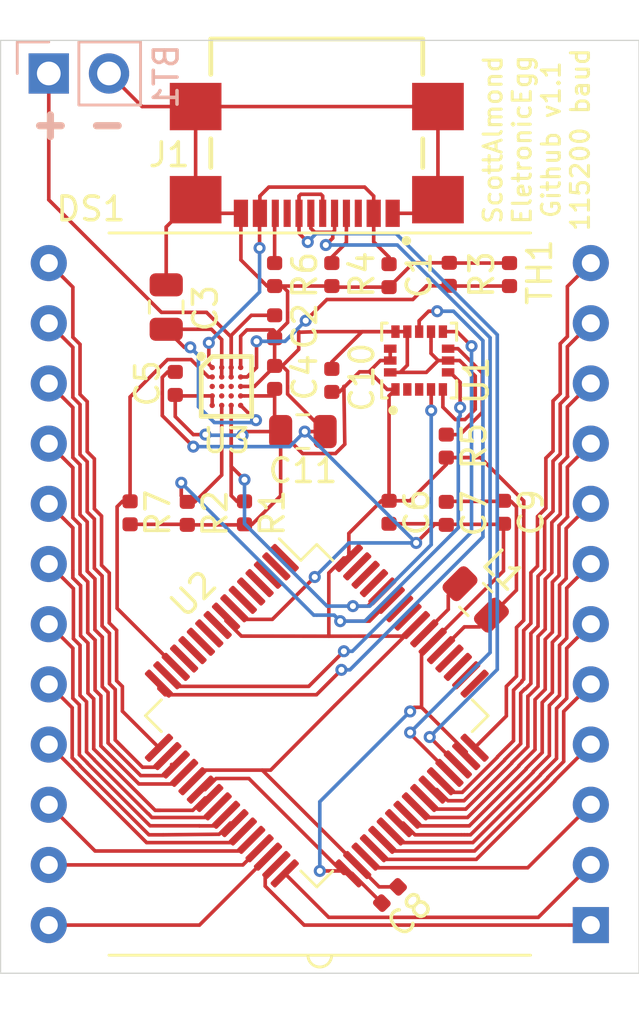
<source format=kicad_pcb>
(kicad_pcb (version 20171130) (host pcbnew "(5.1.5)-3")

  (general
    (thickness 1.6)
    (drawings 7)
    (tracks 664)
    (zones 0)
    (modules 26)
    (nets 70)
  )

  (page A4)
  (title_block
    (title EletronicEgg)
    (rev v1.1)
    (comment 2 https://creativecommons.org/licenses/by/4.0/)
    (comment 3 "License: CC BY 4.0")
    (comment 4 "Author: Scott Almond")
  )

  (layers
    (0 F.Cu signal)
    (31 B.Cu signal)
    (32 B.Adhes user)
    (33 F.Adhes user)
    (34 B.Paste user)
    (35 F.Paste user)
    (36 B.SilkS user)
    (37 F.SilkS user)
    (38 B.Mask user)
    (39 F.Mask user)
    (40 Dwgs.User user)
    (41 Cmts.User user)
    (42 Eco1.User user)
    (43 Eco2.User user)
    (44 Edge.Cuts user)
    (45 Margin user)
    (46 B.CrtYd user)
    (47 F.CrtYd user)
    (48 B.Fab user)
    (49 F.Fab user)
  )

  (setup
    (last_trace_width 0.1524)
    (trace_clearance 0.15)
    (zone_clearance 0.508)
    (zone_45_only no)
    (trace_min 0.15)
    (via_size 0.508)
    (via_drill 0.254)
    (via_min_size 0.508)
    (via_min_drill 0.254)
    (uvia_size 0.3)
    (uvia_drill 0.1)
    (uvias_allowed no)
    (uvia_min_size 0.2)
    (uvia_min_drill 0.1)
    (edge_width 0.05)
    (segment_width 0.2)
    (pcb_text_width 0.3)
    (pcb_text_size 1.5 1.5)
    (mod_edge_width 0.12)
    (mod_text_size 1 1)
    (mod_text_width 0.15)
    (pad_size 1.524 1.524)
    (pad_drill 0.762)
    (pad_to_mask_clearance 0.051)
    (solder_mask_min_width 0.1016)
    (aux_axis_origin 0 0)
    (visible_elements 7FFFFFFF)
    (pcbplotparams
      (layerselection 0x010fc_ffffffff)
      (usegerberextensions false)
      (usegerberattributes false)
      (usegerberadvancedattributes false)
      (creategerberjobfile false)
      (excludeedgelayer true)
      (linewidth 0.100000)
      (plotframeref false)
      (viasonmask false)
      (mode 1)
      (useauxorigin false)
      (hpglpennumber 1)
      (hpglpenspeed 20)
      (hpglpendiameter 15.000000)
      (psnegative false)
      (psa4output false)
      (plotreference true)
      (plotvalue true)
      (plotinvisibletext false)
      (padsonsilk false)
      (subtractmaskfromsilk false)
      (outputformat 1)
      (mirror false)
      (drillshape 1)
      (scaleselection 1)
      (outputdirectory ""))
  )

  (net 0 "")
  (net 1 "Net-(U2-Pad1)")
  (net 2 "Net-(U2-Pad2)")
  (net 3 "Net-(U2-Pad3)")
  (net 4 "Net-(U2-Pad4)")
  (net 5 "Net-(U2-Pad5)")
  (net 6 "Net-(U2-Pad6)")
  (net 7 "Net-(U2-Pad9)")
  (net 8 "Net-(U2-Pad10)")
  (net 9 "Net-(U2-Pad11)")
  (net 10 "Net-(U2-Pad12)")
  (net 11 "Net-(U2-Pad13)")
  (net 12 "Net-(J1-PadB8)")
  (net 13 "Net-(J1-PadB5)")
  (net 14 "Net-(J1-PadA5)")
  (net 15 "Net-(J1-PadA8)")
  (net 16 +1V8)
  (net 17 SCL)
  (net 18 GND)
  (net 19 SDA)
  (net 20 D-)
  (net 21 D+)
  (net 22 "Net-(R5-Pad1)")
  (net 23 INT2)
  (net 24 INT1)
  (net 25 "Net-(BT1-Pad1)")
  (net 26 "Net-(U2-Pad49)")
  (net 27 "Net-(U2-Pad50)")
  (net 28 "Net-(U2-Pad51)")
  (net 29 "Net-(U2-Pad52)")
  (net 30 "Net-(C7-Pad1)")
  (net 31 "Net-(U2-Pad57)")
  (net 32 "Net-(U2-Pad58)")
  (net 33 "Net-(U2-Pad61)")
  (net 34 "Net-(U2-Pad62)")
  (net 35 "Net-(U2-Pad63)")
  (net 36 INT3)
  (net 37 "Net-(C3-Pad2)")
  (net 38 "Net-(R3-Pad1)")
  (net 39 "Net-(U3-PadC1)")
  (net 40 "Net-(U3-PadC2)")
  (net 41 "Net-(U3-PadC3)")
  (net 42 "Net-(U3-PadD2)")
  (net 43 "Net-(U3-PadD3)")
  (net 44 +5V)
  (net 45 "Net-(L1-Pad2)")
  (net 46 /13)
  (net 47 /14)
  (net 48 /15)
  (net 49 /16)
  (net 50 /17)
  (net 51 /18)
  (net 52 /19)
  (net 53 /20)
  (net 54 /21)
  (net 55 /22)
  (net 56 /23)
  (net 57 /24)
  (net 58 /1)
  (net 59 /2)
  (net 60 /3)
  (net 61 /4)
  (net 62 /5)
  (net 63 /6)
  (net 64 /7)
  (net 65 /8)
  (net 66 /9)
  (net 67 /10)
  (net 68 /11)
  (net 69 /12)

  (net_class Default "This is the default net class."
    (clearance 0.15)
    (trace_width 0.1524)
    (via_dia 0.508)
    (via_drill 0.254)
    (uvia_dia 0.3)
    (uvia_drill 0.1)
    (add_net +1V8)
    (add_net +5V)
    (add_net /1)
    (add_net /10)
    (add_net /11)
    (add_net /12)
    (add_net /13)
    (add_net /14)
    (add_net /15)
    (add_net /16)
    (add_net /17)
    (add_net /18)
    (add_net /19)
    (add_net /2)
    (add_net /20)
    (add_net /21)
    (add_net /22)
    (add_net /23)
    (add_net /24)
    (add_net /3)
    (add_net /4)
    (add_net /5)
    (add_net /6)
    (add_net /7)
    (add_net /8)
    (add_net /9)
    (add_net D+)
    (add_net D-)
    (add_net GND)
    (add_net INT1)
    (add_net INT2)
    (add_net INT3)
    (add_net "Net-(BT1-Pad1)")
    (add_net "Net-(C3-Pad2)")
    (add_net "Net-(C7-Pad1)")
    (add_net "Net-(J1-PadA5)")
    (add_net "Net-(J1-PadA8)")
    (add_net "Net-(J1-PadB5)")
    (add_net "Net-(J1-PadB8)")
    (add_net "Net-(L1-Pad2)")
    (add_net "Net-(R3-Pad1)")
    (add_net "Net-(R5-Pad1)")
    (add_net "Net-(U2-Pad1)")
    (add_net "Net-(U2-Pad10)")
    (add_net "Net-(U2-Pad11)")
    (add_net "Net-(U2-Pad12)")
    (add_net "Net-(U2-Pad13)")
    (add_net "Net-(U2-Pad2)")
    (add_net "Net-(U2-Pad3)")
    (add_net "Net-(U2-Pad4)")
    (add_net "Net-(U2-Pad49)")
    (add_net "Net-(U2-Pad5)")
    (add_net "Net-(U2-Pad50)")
    (add_net "Net-(U2-Pad51)")
    (add_net "Net-(U2-Pad52)")
    (add_net "Net-(U2-Pad57)")
    (add_net "Net-(U2-Pad58)")
    (add_net "Net-(U2-Pad6)")
    (add_net "Net-(U2-Pad61)")
    (add_net "Net-(U2-Pad62)")
    (add_net "Net-(U2-Pad63)")
    (add_net "Net-(U2-Pad9)")
    (add_net "Net-(U3-PadC1)")
    (add_net "Net-(U3-PadC2)")
    (add_net "Net-(U3-PadC3)")
    (add_net "Net-(U3-PadD2)")
    (add_net "Net-(U3-PadD3)")
    (add_net SCL)
    (add_net SDA)
  )

  (module Capacitor_SMD:C_0805_2012Metric (layer F.Cu) (tedit 5B36C52B) (tstamp 5E1177CF)
    (at 139.7485 104.14 180)
    (descr "Capacitor SMD 0805 (2012 Metric), square (rectangular) end terminal, IPC_7351 nominal, (Body size source: https://docs.google.com/spreadsheets/d/1BsfQQcO9C6DZCsRaXUlFlo91Tg2WpOkGARC1WS5S8t0/edit?usp=sharing), generated with kicad-footprint-generator")
    (tags capacitor)
    (path /5E16FE35)
    (attr smd)
    (fp_text reference C11 (at 0 -1.65) (layer F.SilkS)
      (effects (font (size 1 1) (thickness 0.15)))
    )
    (fp_text value 10uF (at 0 1.65) (layer F.Fab)
      (effects (font (size 1 1) (thickness 0.15)))
    )
    (fp_text user %R (at 0 0) (layer F.Fab)
      (effects (font (size 0.5 0.5) (thickness 0.08)))
    )
    (fp_line (start 1.68 0.95) (end -1.68 0.95) (layer F.CrtYd) (width 0.05))
    (fp_line (start 1.68 -0.95) (end 1.68 0.95) (layer F.CrtYd) (width 0.05))
    (fp_line (start -1.68 -0.95) (end 1.68 -0.95) (layer F.CrtYd) (width 0.05))
    (fp_line (start -1.68 0.95) (end -1.68 -0.95) (layer F.CrtYd) (width 0.05))
    (fp_line (start -0.258578 0.71) (end 0.258578 0.71) (layer F.SilkS) (width 0.12))
    (fp_line (start -0.258578 -0.71) (end 0.258578 -0.71) (layer F.SilkS) (width 0.12))
    (fp_line (start 1 0.6) (end -1 0.6) (layer F.Fab) (width 0.1))
    (fp_line (start 1 -0.6) (end 1 0.6) (layer F.Fab) (width 0.1))
    (fp_line (start -1 -0.6) (end 1 -0.6) (layer F.Fab) (width 0.1))
    (fp_line (start -1 0.6) (end -1 -0.6) (layer F.Fab) (width 0.1))
    (pad 2 smd roundrect (at 0.9375 0 180) (size 0.975 1.4) (layers F.Cu F.Paste F.Mask) (roundrect_rratio 0.25)
      (net 16 +1V8))
    (pad 1 smd roundrect (at -0.9375 0 180) (size 0.975 1.4) (layers F.Cu F.Paste F.Mask) (roundrect_rratio 0.25)
      (net 18 GND))
    (model ${KISYS3DMOD}/Capacitor_SMD.3dshapes/C_0805_2012Metric.wrl
      (at (xyz 0 0 0))
      (scale (xyz 1 1 1))
      (rotate (xyz 0 0 0))
    )
  )

  (module Capacitor_SMD:C_0402_1005Metric (layer F.Cu) (tedit 5B301BBE) (tstamp 5E1177BE)
    (at 140.97 101.981 270)
    (descr "Capacitor SMD 0402 (1005 Metric), square (rectangular) end terminal, IPC_7351 nominal, (Body size source: http://www.tortai-tech.com/upload/download/2011102023233369053.pdf), generated with kicad-footprint-generator")
    (tags capacitor)
    (path /5E17A014)
    (attr smd)
    (fp_text reference C10 (at -0.127 -1.27 90) (layer F.SilkS)
      (effects (font (size 1 1) (thickness 0.15)))
    )
    (fp_text value 100nF (at 0 1.17 90) (layer F.Fab)
      (effects (font (size 1 1) (thickness 0.15)))
    )
    (fp_text user %R (at 0 0 90) (layer F.Fab)
      (effects (font (size 0.25 0.25) (thickness 0.04)))
    )
    (fp_line (start 0.93 0.47) (end -0.93 0.47) (layer F.CrtYd) (width 0.05))
    (fp_line (start 0.93 -0.47) (end 0.93 0.47) (layer F.CrtYd) (width 0.05))
    (fp_line (start -0.93 -0.47) (end 0.93 -0.47) (layer F.CrtYd) (width 0.05))
    (fp_line (start -0.93 0.47) (end -0.93 -0.47) (layer F.CrtYd) (width 0.05))
    (fp_line (start 0.5 0.25) (end -0.5 0.25) (layer F.Fab) (width 0.1))
    (fp_line (start 0.5 -0.25) (end 0.5 0.25) (layer F.Fab) (width 0.1))
    (fp_line (start -0.5 -0.25) (end 0.5 -0.25) (layer F.Fab) (width 0.1))
    (fp_line (start -0.5 0.25) (end -0.5 -0.25) (layer F.Fab) (width 0.1))
    (pad 2 smd roundrect (at 0.485 0 270) (size 0.59 0.64) (layers F.Cu F.Paste F.Mask) (roundrect_rratio 0.25)
      (net 16 +1V8))
    (pad 1 smd roundrect (at -0.485 0 270) (size 0.59 0.64) (layers F.Cu F.Paste F.Mask) (roundrect_rratio 0.25)
      (net 18 GND))
    (model ${KISYS3DMOD}/Capacitor_SMD.3dshapes/C_0402_1005Metric.wrl
      (at (xyz 0 0 0))
      (scale (xyz 1 1 1))
      (rotate (xyz 0 0 0))
    )
  )

  (module custom:VI-321-DP-RC-S (layer F.Cu) (tedit 5E0B26C8) (tstamp 5E113BEB)
    (at 140.462 110.998)
    (path /5E20A245)
    (fp_text reference DS1 (at -9.652 -16.256 180) (layer F.SilkS)
      (effects (font (size 1 1) (thickness 0.15)))
    )
    (fp_text value VI-321-DP-RC-S (at 0 17.272) (layer F.Fab)
      (effects (font (size 1 1) (thickness 0.15)))
    )
    (fp_line (start 8.89 15.24) (end -8.89 15.24) (layer F.SilkS) (width 0.12))
    (fp_line (start 8.89 -15.24) (end -8.89 -15.24) (layer F.SilkS) (width 0.12))
    (fp_arc (start 0 15.24) (end -0.5 15.24) (angle -180) (layer F.SilkS) (width 0.12))
    (pad 1 thru_hole rect (at 11.43 13.97) (size 1.524 1.524) (drill 0.762) (layers *.Cu *.Mask)
      (net 46 /13))
    (pad 2 thru_hole circle (at 11.43 11.43) (size 1.524 1.524) (drill 0.762) (layers *.Cu *.Mask)
      (net 47 /14))
    (pad 3 thru_hole circle (at 11.43 8.89) (size 1.524 1.524) (drill 0.762) (layers *.Cu *.Mask)
      (net 48 /15))
    (pad 4 thru_hole circle (at 11.43 6.35) (size 1.524 1.524) (drill 0.762) (layers *.Cu *.Mask)
      (net 49 /16))
    (pad 5 thru_hole circle (at 11.43 3.81) (size 1.524 1.524) (drill 0.762) (layers *.Cu *.Mask)
      (net 50 /17))
    (pad 6 thru_hole circle (at 11.43 1.27) (size 1.524 1.524) (drill 0.762) (layers *.Cu *.Mask)
      (net 51 /18))
    (pad 7 thru_hole circle (at 11.43 -1.27) (size 1.524 1.524) (drill 0.762) (layers *.Cu *.Mask)
      (net 52 /19))
    (pad 8 thru_hole circle (at 11.43 -3.81) (size 1.524 1.524) (drill 0.762) (layers *.Cu *.Mask)
      (net 53 /20))
    (pad 9 thru_hole circle (at 11.43 -6.35) (size 1.524 1.524) (drill 0.762) (layers *.Cu *.Mask)
      (net 54 /21))
    (pad 10 thru_hole circle (at 11.43 -8.89) (size 1.524 1.524) (drill 0.762) (layers *.Cu *.Mask)
      (net 55 /22))
    (pad 11 thru_hole circle (at 11.43 -11.43) (size 1.524 1.524) (drill 0.762) (layers *.Cu *.Mask)
      (net 56 /23))
    (pad 12 thru_hole circle (at 11.43 -13.97) (size 1.524 1.524) (drill 0.762) (layers *.Cu *.Mask)
      (net 57 /24))
    (pad 13 thru_hole circle (at -11.43 -13.97) (size 1.524 1.524) (drill 0.762) (layers *.Cu *.Mask)
      (net 58 /1))
    (pad 14 thru_hole circle (at -11.43 -11.43) (size 1.524 1.524) (drill 0.762) (layers *.Cu *.Mask)
      (net 59 /2))
    (pad 15 thru_hole circle (at -11.43 -8.89) (size 1.524 1.524) (drill 0.762) (layers *.Cu *.Mask)
      (net 60 /3))
    (pad 16 thru_hole circle (at -11.43 -6.35) (size 1.524 1.524) (drill 0.762) (layers *.Cu *.Mask)
      (net 61 /4))
    (pad 17 thru_hole circle (at -11.43 -3.81) (size 1.524 1.524) (drill 0.762) (layers *.Cu *.Mask)
      (net 62 /5))
    (pad 18 thru_hole circle (at -11.43 -1.27) (size 1.524 1.524) (drill 0.762) (layers *.Cu *.Mask)
      (net 63 /6))
    (pad 19 thru_hole circle (at -11.43 1.27) (size 1.524 1.524) (drill 0.762) (layers *.Cu *.Mask)
      (net 64 /7))
    (pad 20 thru_hole circle (at -11.43 3.81) (size 1.524 1.524) (drill 0.762) (layers *.Cu *.Mask)
      (net 65 /8))
    (pad 21 thru_hole circle (at -11.43 6.35) (size 1.524 1.524) (drill 0.762) (layers *.Cu *.Mask)
      (net 66 /9))
    (pad 22 thru_hole circle (at -11.43 8.89) (size 1.524 1.524) (drill 0.762) (layers *.Cu *.Mask)
      (net 67 /10))
    (pad 23 thru_hole circle (at -11.43 11.43) (size 1.524 1.524) (drill 0.762) (layers *.Cu *.Mask)
      (net 68 /11))
    (pad 24 thru_hole circle (at -11.43 13.97) (size 1.524 1.524) (drill 0.762) (layers *.Cu *.Mask)
      (net 69 /12))
  )

  (module Capacitor_SMD:C_0805_2012Metric (layer F.Cu) (tedit 5B36C52B) (tstamp 5E0FFFCA)
    (at 133.985 98.8845 270)
    (descr "Capacitor SMD 0805 (2012 Metric), square (rectangular) end terminal, IPC_7351 nominal, (Body size source: https://docs.google.com/spreadsheets/d/1BsfQQcO9C6DZCsRaXUlFlo91Tg2WpOkGARC1WS5S8t0/edit?usp=sharing), generated with kicad-footprint-generator")
    (tags capacitor)
    (path /5E0D88B8)
    (attr smd)
    (fp_text reference C3 (at 0.0485 -1.651 90) (layer F.SilkS)
      (effects (font (size 1 1) (thickness 0.15)))
    )
    (fp_text value 22uF (at 0 1.65 90) (layer F.Fab)
      (effects (font (size 1 1) (thickness 0.15)))
    )
    (fp_text user %R (at 0 0 90) (layer F.Fab)
      (effects (font (size 0.5 0.5) (thickness 0.08)))
    )
    (fp_line (start 1.68 0.95) (end -1.68 0.95) (layer F.CrtYd) (width 0.05))
    (fp_line (start 1.68 -0.95) (end 1.68 0.95) (layer F.CrtYd) (width 0.05))
    (fp_line (start -1.68 -0.95) (end 1.68 -0.95) (layer F.CrtYd) (width 0.05))
    (fp_line (start -1.68 0.95) (end -1.68 -0.95) (layer F.CrtYd) (width 0.05))
    (fp_line (start -0.258578 0.71) (end 0.258578 0.71) (layer F.SilkS) (width 0.12))
    (fp_line (start -0.258578 -0.71) (end 0.258578 -0.71) (layer F.SilkS) (width 0.12))
    (fp_line (start 1 0.6) (end -1 0.6) (layer F.Fab) (width 0.1))
    (fp_line (start 1 -0.6) (end 1 0.6) (layer F.Fab) (width 0.1))
    (fp_line (start -1 -0.6) (end 1 -0.6) (layer F.Fab) (width 0.1))
    (fp_line (start -1 0.6) (end -1 -0.6) (layer F.Fab) (width 0.1))
    (pad 2 smd roundrect (at 0.9375 0 270) (size 0.975 1.4) (layers F.Cu F.Paste F.Mask) (roundrect_rratio 0.25)
      (net 37 "Net-(C3-Pad2)"))
    (pad 1 smd roundrect (at -0.9375 0 270) (size 0.975 1.4) (layers F.Cu F.Paste F.Mask) (roundrect_rratio 0.25)
      (net 18 GND))
    (model ${KISYS3DMOD}/Capacitor_SMD.3dshapes/C_0805_2012Metric.wrl
      (at (xyz 0 0 0))
      (scale (xyz 1 1 1))
      (rotate (xyz 0 0 0))
    )
  )

  (module Inductor_SMD:L_0805_2012Metric (layer F.Cu) (tedit 5B36C52B) (tstamp 5E10EDEC)
    (at 147.038087 111.224087 135)
    (descr "Inductor SMD 0805 (2012 Metric), square (rectangular) end terminal, IPC_7351 nominal, (Body size source: https://docs.google.com/spreadsheets/d/1BsfQQcO9C6DZCsRaXUlFlo91Tg2WpOkGARC1WS5S8t0/edit?usp=sharing), generated with kicad-footprint-generator")
    (tags inductor)
    (path /5E4FCF2E)
    (attr smd)
    (fp_text reference L1 (at 0.050328 1.706249 135) (layer F.SilkS)
      (effects (font (size 1 1) (thickness 0.15)))
    )
    (fp_text value 10uH (at 0 1.65 135) (layer F.Fab)
      (effects (font (size 1 1) (thickness 0.15)))
    )
    (fp_text user %R (at 0 0 135) (layer F.Fab)
      (effects (font (size 0.5 0.5) (thickness 0.08)))
    )
    (fp_line (start 1.68 0.95) (end -1.68 0.95) (layer F.CrtYd) (width 0.05))
    (fp_line (start 1.68 -0.95) (end 1.68 0.95) (layer F.CrtYd) (width 0.05))
    (fp_line (start -1.68 -0.95) (end 1.68 -0.95) (layer F.CrtYd) (width 0.05))
    (fp_line (start -1.68 0.95) (end -1.68 -0.95) (layer F.CrtYd) (width 0.05))
    (fp_line (start -0.258578 0.71) (end 0.258578 0.71) (layer F.SilkS) (width 0.12))
    (fp_line (start -0.258578 -0.71) (end 0.258578 -0.71) (layer F.SilkS) (width 0.12))
    (fp_line (start 1 0.6) (end -1 0.6) (layer F.Fab) (width 0.1))
    (fp_line (start 1 -0.6) (end 1 0.6) (layer F.Fab) (width 0.1))
    (fp_line (start -1 -0.6) (end 1 -0.6) (layer F.Fab) (width 0.1))
    (fp_line (start -1 0.6) (end -1 -0.6) (layer F.Fab) (width 0.1))
    (pad 2 smd roundrect (at 0.9375 0 135) (size 0.975 1.4) (layers F.Cu F.Paste F.Mask) (roundrect_rratio 0.25)
      (net 45 "Net-(L1-Pad2)"))
    (pad 1 smd roundrect (at -0.9375 0 135) (size 0.975 1.4) (layers F.Cu F.Paste F.Mask) (roundrect_rratio 0.25)
      (net 30 "Net-(C7-Pad1)"))
    (model ${KISYS3DMOD}/Inductor_SMD.3dshapes/L_0805_2012Metric.wrl
      (at (xyz 0 0 0))
      (scale (xyz 1 1 1))
      (rotate (xyz 0 0 0))
    )
  )

  (module Resistor_SMD:R_0402_1005Metric (layer F.Cu) (tedit 5B301BBD) (tstamp 5E0D9172)
    (at 145.922 97.503 270)
    (descr "Resistor SMD 0402 (1005 Metric), square (rectangular) end terminal, IPC_7351 nominal, (Body size source: http://www.tortai-tech.com/upload/download/2011102023233369053.pdf), generated with kicad-footprint-generator")
    (tags resistor)
    (path /5E1092A7)
    (attr smd)
    (fp_text reference TH1 (at -0.094 -3.811 90) (layer F.SilkS)
      (effects (font (size 1 1) (thickness 0.15)))
    )
    (fp_text value Thermistor_NTC (at 0 1.17 90) (layer F.Fab)
      (effects (font (size 1 1) (thickness 0.15)))
    )
    (fp_text user %R (at 0 0 90) (layer F.Fab)
      (effects (font (size 0.25 0.25) (thickness 0.04)))
    )
    (fp_line (start 0.93 0.47) (end -0.93 0.47) (layer F.CrtYd) (width 0.05))
    (fp_line (start 0.93 -0.47) (end 0.93 0.47) (layer F.CrtYd) (width 0.05))
    (fp_line (start -0.93 -0.47) (end 0.93 -0.47) (layer F.CrtYd) (width 0.05))
    (fp_line (start -0.93 0.47) (end -0.93 -0.47) (layer F.CrtYd) (width 0.05))
    (fp_line (start 0.5 0.25) (end -0.5 0.25) (layer F.Fab) (width 0.1))
    (fp_line (start 0.5 -0.25) (end 0.5 0.25) (layer F.Fab) (width 0.1))
    (fp_line (start -0.5 -0.25) (end 0.5 -0.25) (layer F.Fab) (width 0.1))
    (fp_line (start -0.5 0.25) (end -0.5 -0.25) (layer F.Fab) (width 0.1))
    (pad 2 smd roundrect (at 0.485 0 270) (size 0.59 0.64) (layers F.Cu F.Paste F.Mask) (roundrect_rratio 0.25)
      (net 38 "Net-(R3-Pad1)"))
    (pad 1 smd roundrect (at -0.485 0 270) (size 0.59 0.64) (layers F.Cu F.Paste F.Mask) (roundrect_rratio 0.25)
      (net 18 GND))
    (model ${KISYS3DMOD}/Resistor_SMD.3dshapes/R_0402_1005Metric.wrl
      (at (xyz 0 0 0))
      (scale (xyz 1 1 1))
      (rotate (xyz 0 0 0))
    )
  )

  (module Resistor_SMD:R_0402_1005Metric (layer F.Cu) (tedit 5B301BBD) (tstamp 5E116808)
    (at 132.461 107.569 270)
    (descr "Resistor SMD 0402 (1005 Metric), square (rectangular) end terminal, IPC_7351 nominal, (Body size source: http://www.tortai-tech.com/upload/download/2011102023233369053.pdf), generated with kicad-footprint-generator")
    (tags resistor)
    (path /5E15B288)
    (attr smd)
    (fp_text reference R7 (at 0 -1.17 90) (layer F.SilkS)
      (effects (font (size 1 1) (thickness 0.15)))
    )
    (fp_text value 10k (at 0 1.17 90) (layer F.Fab)
      (effects (font (size 1 1) (thickness 0.15)))
    )
    (fp_text user %R (at 0 0 90) (layer F.Fab)
      (effects (font (size 0.25 0.25) (thickness 0.04)))
    )
    (fp_line (start 0.93 0.47) (end -0.93 0.47) (layer F.CrtYd) (width 0.05))
    (fp_line (start 0.93 -0.47) (end 0.93 0.47) (layer F.CrtYd) (width 0.05))
    (fp_line (start -0.93 -0.47) (end 0.93 -0.47) (layer F.CrtYd) (width 0.05))
    (fp_line (start -0.93 0.47) (end -0.93 -0.47) (layer F.CrtYd) (width 0.05))
    (fp_line (start 0.5 0.25) (end -0.5 0.25) (layer F.Fab) (width 0.1))
    (fp_line (start 0.5 -0.25) (end 0.5 0.25) (layer F.Fab) (width 0.1))
    (fp_line (start -0.5 -0.25) (end 0.5 -0.25) (layer F.Fab) (width 0.1))
    (fp_line (start -0.5 0.25) (end -0.5 -0.25) (layer F.Fab) (width 0.1))
    (pad 2 smd roundrect (at 0.485 0 270) (size 0.59 0.64) (layers F.Cu F.Paste F.Mask) (roundrect_rratio 0.25)
      (net 16 +1V8))
    (pad 1 smd roundrect (at -0.485 0 270) (size 0.59 0.64) (layers F.Cu F.Paste F.Mask) (roundrect_rratio 0.25)
      (net 36 INT3))
    (model ${KISYS3DMOD}/Resistor_SMD.3dshapes/R_0402_1005Metric.wrl
      (at (xyz 0 0 0))
      (scale (xyz 1 1 1))
      (rotate (xyz 0 0 0))
    )
  )

  (module Resistor_SMD:R_0402_1005Metric (layer F.Cu) (tedit 5B301BBD) (tstamp 5E0D9154)
    (at 138.557 97.513 90)
    (descr "Resistor SMD 0402 (1005 Metric), square (rectangular) end terminal, IPC_7351 nominal, (Body size source: http://www.tortai-tech.com/upload/download/2011102023233369053.pdf), generated with kicad-footprint-generator")
    (tags resistor)
    (path /5E0D13F8)
    (attr smd)
    (fp_text reference R6 (at -0.023 1.27 90) (layer F.SilkS)
      (effects (font (size 1 1) (thickness 0.15)))
    )
    (fp_text value 56k (at 0 1.17 90) (layer F.Fab)
      (effects (font (size 1 1) (thickness 0.15)))
    )
    (fp_text user %R (at 0 0 90) (layer F.Fab)
      (effects (font (size 0.25 0.25) (thickness 0.04)))
    )
    (fp_line (start 0.93 0.47) (end -0.93 0.47) (layer F.CrtYd) (width 0.05))
    (fp_line (start 0.93 -0.47) (end 0.93 0.47) (layer F.CrtYd) (width 0.05))
    (fp_line (start -0.93 -0.47) (end 0.93 -0.47) (layer F.CrtYd) (width 0.05))
    (fp_line (start -0.93 0.47) (end -0.93 -0.47) (layer F.CrtYd) (width 0.05))
    (fp_line (start 0.5 0.25) (end -0.5 0.25) (layer F.Fab) (width 0.1))
    (fp_line (start 0.5 -0.25) (end 0.5 0.25) (layer F.Fab) (width 0.1))
    (fp_line (start -0.5 -0.25) (end 0.5 -0.25) (layer F.Fab) (width 0.1))
    (fp_line (start -0.5 0.25) (end -0.5 -0.25) (layer F.Fab) (width 0.1))
    (pad 2 smd roundrect (at 0.485 0 90) (size 0.59 0.64) (layers F.Cu F.Paste F.Mask) (roundrect_rratio 0.25)
      (net 13 "Net-(J1-PadB5)"))
    (pad 1 smd roundrect (at -0.485 0 90) (size 0.59 0.64) (layers F.Cu F.Paste F.Mask) (roundrect_rratio 0.25)
      (net 18 GND))
    (model ${KISYS3DMOD}/Resistor_SMD.3dshapes/R_0402_1005Metric.wrl
      (at (xyz 0 0 0))
      (scale (xyz 1 1 1))
      (rotate (xyz 0 0 0))
    )
  )

  (module Resistor_SMD:R_0402_1005Metric (layer F.Cu) (tedit 5B301BBD) (tstamp 5E0D9145)
    (at 145.796 104.752 270)
    (descr "Resistor SMD 0402 (1005 Metric), square (rectangular) end terminal, IPC_7351 nominal, (Body size source: http://www.tortai-tech.com/upload/download/2011102023233369053.pdf), generated with kicad-footprint-generator")
    (tags resistor)
    (path /5E18EAD4)
    (attr smd)
    (fp_text reference R5 (at 0 -1.17 90) (layer F.SilkS)
      (effects (font (size 1 1) (thickness 0.15)))
    )
    (fp_text value 10k (at 0 1.17 90) (layer F.Fab)
      (effects (font (size 1 1) (thickness 0.15)))
    )
    (fp_text user %R (at 0 0 90) (layer F.Fab)
      (effects (font (size 0.25 0.25) (thickness 0.04)))
    )
    (fp_line (start 0.93 0.47) (end -0.93 0.47) (layer F.CrtYd) (width 0.05))
    (fp_line (start 0.93 -0.47) (end 0.93 0.47) (layer F.CrtYd) (width 0.05))
    (fp_line (start -0.93 -0.47) (end 0.93 -0.47) (layer F.CrtYd) (width 0.05))
    (fp_line (start -0.93 0.47) (end -0.93 -0.47) (layer F.CrtYd) (width 0.05))
    (fp_line (start 0.5 0.25) (end -0.5 0.25) (layer F.Fab) (width 0.1))
    (fp_line (start 0.5 -0.25) (end 0.5 0.25) (layer F.Fab) (width 0.1))
    (fp_line (start -0.5 -0.25) (end 0.5 -0.25) (layer F.Fab) (width 0.1))
    (fp_line (start -0.5 0.25) (end -0.5 -0.25) (layer F.Fab) (width 0.1))
    (pad 2 smd roundrect (at 0.485 0 270) (size 0.59 0.64) (layers F.Cu F.Paste F.Mask) (roundrect_rratio 0.25)
      (net 16 +1V8))
    (pad 1 smd roundrect (at -0.485 0 270) (size 0.59 0.64) (layers F.Cu F.Paste F.Mask) (roundrect_rratio 0.25)
      (net 22 "Net-(R5-Pad1)"))
    (model ${KISYS3DMOD}/Resistor_SMD.3dshapes/R_0402_1005Metric.wrl
      (at (xyz 0 0 0))
      (scale (xyz 1 1 1))
      (rotate (xyz 0 0 0))
    )
  )

  (module Resistor_SMD:R_0402_1005Metric (layer F.Cu) (tedit 5B301BBD) (tstamp 5E0D9136)
    (at 140.97 97.513 90)
    (descr "Resistor SMD 0402 (1005 Metric), square (rectangular) end terminal, IPC_7351 nominal, (Body size source: http://www.tortai-tech.com/upload/download/2011102023233369053.pdf), generated with kicad-footprint-generator")
    (tags resistor)
    (path /5E106EDC)
    (attr smd)
    (fp_text reference R4 (at 0 1.27 90) (layer F.SilkS)
      (effects (font (size 1 1) (thickness 0.15)))
    )
    (fp_text value 56k (at 0 1.17 90) (layer F.Fab)
      (effects (font (size 1 1) (thickness 0.15)))
    )
    (fp_text user %R (at -1.099 0.381 90) (layer F.Fab)
      (effects (font (size 0.25 0.25) (thickness 0.04)))
    )
    (fp_line (start 0.93 0.47) (end -0.93 0.47) (layer F.CrtYd) (width 0.05))
    (fp_line (start 0.93 -0.47) (end 0.93 0.47) (layer F.CrtYd) (width 0.05))
    (fp_line (start -0.93 -0.47) (end 0.93 -0.47) (layer F.CrtYd) (width 0.05))
    (fp_line (start -0.93 0.47) (end -0.93 -0.47) (layer F.CrtYd) (width 0.05))
    (fp_line (start 0.5 0.25) (end -0.5 0.25) (layer F.Fab) (width 0.1))
    (fp_line (start 0.5 -0.25) (end 0.5 0.25) (layer F.Fab) (width 0.1))
    (fp_line (start -0.5 -0.25) (end 0.5 -0.25) (layer F.Fab) (width 0.1))
    (fp_line (start -0.5 0.25) (end -0.5 -0.25) (layer F.Fab) (width 0.1))
    (pad 2 smd roundrect (at 0.485 0 90) (size 0.59 0.64) (layers F.Cu F.Paste F.Mask) (roundrect_rratio 0.25)
      (net 14 "Net-(J1-PadA5)"))
    (pad 1 smd roundrect (at -0.485 0 90) (size 0.59 0.64) (layers F.Cu F.Paste F.Mask) (roundrect_rratio 0.25)
      (net 18 GND))
    (model ${KISYS3DMOD}/Resistor_SMD.3dshapes/R_0402_1005Metric.wrl
      (at (xyz 0 0 0))
      (scale (xyz 1 1 1))
      (rotate (xyz 0 0 0))
    )
  )

  (module Resistor_SMD:R_0402_1005Metric (layer F.Cu) (tedit 5B301BBD) (tstamp 5E114188)
    (at 148.463 97.513 90)
    (descr "Resistor SMD 0402 (1005 Metric), square (rectangular) end terminal, IPC_7351 nominal, (Body size source: http://www.tortai-tech.com/upload/download/2011102023233369053.pdf), generated with kicad-footprint-generator")
    (tags resistor)
    (path /5E11A806)
    (attr smd)
    (fp_text reference R3 (at 0 -1.17 90) (layer F.SilkS)
      (effects (font (size 1 1) (thickness 0.15)))
    )
    (fp_text value 10k (at 0 1.17 90) (layer F.Fab)
      (effects (font (size 1 1) (thickness 0.15)))
    )
    (fp_text user %R (at 0 0 90) (layer F.Fab)
      (effects (font (size 0.25 0.25) (thickness 0.04)))
    )
    (fp_line (start 0.93 0.47) (end -0.93 0.47) (layer F.CrtYd) (width 0.05))
    (fp_line (start 0.93 -0.47) (end 0.93 0.47) (layer F.CrtYd) (width 0.05))
    (fp_line (start -0.93 -0.47) (end 0.93 -0.47) (layer F.CrtYd) (width 0.05))
    (fp_line (start -0.93 0.47) (end -0.93 -0.47) (layer F.CrtYd) (width 0.05))
    (fp_line (start 0.5 0.25) (end -0.5 0.25) (layer F.Fab) (width 0.1))
    (fp_line (start 0.5 -0.25) (end 0.5 0.25) (layer F.Fab) (width 0.1))
    (fp_line (start -0.5 -0.25) (end 0.5 -0.25) (layer F.Fab) (width 0.1))
    (fp_line (start -0.5 0.25) (end -0.5 -0.25) (layer F.Fab) (width 0.1))
    (pad 2 smd roundrect (at 0.485 0 90) (size 0.59 0.64) (layers F.Cu F.Paste F.Mask) (roundrect_rratio 0.25)
      (net 18 GND))
    (pad 1 smd roundrect (at -0.485 0 90) (size 0.59 0.64) (layers F.Cu F.Paste F.Mask) (roundrect_rratio 0.25)
      (net 38 "Net-(R3-Pad1)"))
    (model ${KISYS3DMOD}/Resistor_SMD.3dshapes/R_0402_1005Metric.wrl
      (at (xyz 0 0 0))
      (scale (xyz 1 1 1))
      (rotate (xyz 0 0 0))
    )
  )

  (module Resistor_SMD:R_0402_1005Metric (layer F.Cu) (tedit 5B301BBD) (tstamp 5E11685C)
    (at 134.874 107.592 270)
    (descr "Resistor SMD 0402 (1005 Metric), square (rectangular) end terminal, IPC_7351 nominal, (Body size source: http://www.tortai-tech.com/upload/download/2011102023233369053.pdf), generated with kicad-footprint-generator")
    (tags resistor)
    (path /5E38B1BE)
    (attr smd)
    (fp_text reference R2 (at 0 -1.17 90) (layer F.SilkS)
      (effects (font (size 1 1) (thickness 0.15)))
    )
    (fp_text value 10k (at 0 1.17 90) (layer F.Fab)
      (effects (font (size 1 1) (thickness 0.15)))
    )
    (fp_text user %R (at 0 0 90) (layer F.Fab)
      (effects (font (size 0.25 0.25) (thickness 0.04)))
    )
    (fp_line (start 0.93 0.47) (end -0.93 0.47) (layer F.CrtYd) (width 0.05))
    (fp_line (start 0.93 -0.47) (end 0.93 0.47) (layer F.CrtYd) (width 0.05))
    (fp_line (start -0.93 -0.47) (end 0.93 -0.47) (layer F.CrtYd) (width 0.05))
    (fp_line (start -0.93 0.47) (end -0.93 -0.47) (layer F.CrtYd) (width 0.05))
    (fp_line (start 0.5 0.25) (end -0.5 0.25) (layer F.Fab) (width 0.1))
    (fp_line (start 0.5 -0.25) (end 0.5 0.25) (layer F.Fab) (width 0.1))
    (fp_line (start -0.5 -0.25) (end 0.5 -0.25) (layer F.Fab) (width 0.1))
    (fp_line (start -0.5 0.25) (end -0.5 -0.25) (layer F.Fab) (width 0.1))
    (pad 2 smd roundrect (at 0.485 0 270) (size 0.59 0.64) (layers F.Cu F.Paste F.Mask) (roundrect_rratio 0.25)
      (net 16 +1V8))
    (pad 1 smd roundrect (at -0.485 0 270) (size 0.59 0.64) (layers F.Cu F.Paste F.Mask) (roundrect_rratio 0.25)
      (net 19 SDA))
    (model ${KISYS3DMOD}/Resistor_SMD.3dshapes/R_0402_1005Metric.wrl
      (at (xyz 0 0 0))
      (scale (xyz 1 1 1))
      (rotate (xyz 0 0 0))
    )
  )

  (module Resistor_SMD:R_0402_1005Metric (layer F.Cu) (tedit 5B301BBD) (tstamp 5E116832)
    (at 137.287 107.569 270)
    (descr "Resistor SMD 0402 (1005 Metric), square (rectangular) end terminal, IPC_7351 nominal, (Body size source: http://www.tortai-tech.com/upload/download/2011102023233369053.pdf), generated with kicad-footprint-generator")
    (tags resistor)
    (path /5E38B48B)
    (attr smd)
    (fp_text reference R1 (at 0 -1.17 90) (layer F.SilkS)
      (effects (font (size 1 1) (thickness 0.15)))
    )
    (fp_text value 10k (at 0 1.17 90) (layer F.Fab)
      (effects (font (size 1 1) (thickness 0.15)))
    )
    (fp_text user %R (at 0 0 90) (layer F.Fab)
      (effects (font (size 0.25 0.25) (thickness 0.04)))
    )
    (fp_line (start 0.93 0.47) (end -0.93 0.47) (layer F.CrtYd) (width 0.05))
    (fp_line (start 0.93 -0.47) (end 0.93 0.47) (layer F.CrtYd) (width 0.05))
    (fp_line (start -0.93 -0.47) (end 0.93 -0.47) (layer F.CrtYd) (width 0.05))
    (fp_line (start -0.93 0.47) (end -0.93 -0.47) (layer F.CrtYd) (width 0.05))
    (fp_line (start 0.5 0.25) (end -0.5 0.25) (layer F.Fab) (width 0.1))
    (fp_line (start 0.5 -0.25) (end 0.5 0.25) (layer F.Fab) (width 0.1))
    (fp_line (start -0.5 -0.25) (end 0.5 -0.25) (layer F.Fab) (width 0.1))
    (fp_line (start -0.5 0.25) (end -0.5 -0.25) (layer F.Fab) (width 0.1))
    (pad 2 smd roundrect (at 0.485 0 270) (size 0.59 0.64) (layers F.Cu F.Paste F.Mask) (roundrect_rratio 0.25)
      (net 16 +1V8))
    (pad 1 smd roundrect (at -0.485 0 270) (size 0.59 0.64) (layers F.Cu F.Paste F.Mask) (roundrect_rratio 0.25)
      (net 17 SCL))
    (model ${KISYS3DMOD}/Resistor_SMD.3dshapes/R_0402_1005Metric.wrl
      (at (xyz 0 0 0))
      (scale (xyz 1 1 1))
      (rotate (xyz 0 0 0))
    )
  )

  (module Capacitor_SMD:C_0402_1005Metric (layer F.Cu) (tedit 5B301BBE) (tstamp 5E116886)
    (at 148.209 107.546 270)
    (descr "Capacitor SMD 0402 (1005 Metric), square (rectangular) end terminal, IPC_7351 nominal, (Body size source: http://www.tortai-tech.com/upload/download/2011102023233369053.pdf), generated with kicad-footprint-generator")
    (tags capacitor)
    (path /5E263E0C)
    (attr smd)
    (fp_text reference C9 (at 0 -1.17 90) (layer F.SilkS)
      (effects (font (size 1 1) (thickness 0.15)))
    )
    (fp_text value 1uF (at 0 1.17 90) (layer F.Fab)
      (effects (font (size 1 1) (thickness 0.15)))
    )
    (fp_text user %R (at 0 0 90) (layer F.Fab)
      (effects (font (size 0.25 0.25) (thickness 0.04)))
    )
    (fp_line (start 0.93 0.47) (end -0.93 0.47) (layer F.CrtYd) (width 0.05))
    (fp_line (start 0.93 -0.47) (end 0.93 0.47) (layer F.CrtYd) (width 0.05))
    (fp_line (start -0.93 -0.47) (end 0.93 -0.47) (layer F.CrtYd) (width 0.05))
    (fp_line (start -0.93 0.47) (end -0.93 -0.47) (layer F.CrtYd) (width 0.05))
    (fp_line (start 0.5 0.25) (end -0.5 0.25) (layer F.Fab) (width 0.1))
    (fp_line (start 0.5 -0.25) (end 0.5 0.25) (layer F.Fab) (width 0.1))
    (fp_line (start -0.5 -0.25) (end 0.5 -0.25) (layer F.Fab) (width 0.1))
    (fp_line (start -0.5 0.25) (end -0.5 -0.25) (layer F.Fab) (width 0.1))
    (pad 2 smd roundrect (at 0.485 0 270) (size 0.59 0.64) (layers F.Cu F.Paste F.Mask) (roundrect_rratio 0.25)
      (net 18 GND))
    (pad 1 smd roundrect (at -0.485 0 270) (size 0.59 0.64) (layers F.Cu F.Paste F.Mask) (roundrect_rratio 0.25)
      (net 30 "Net-(C7-Pad1)"))
    (model ${KISYS3DMOD}/Capacitor_SMD.3dshapes/C_0402_1005Metric.wrl
      (at (xyz 0 0 0))
      (scale (xyz 1 1 1))
      (rotate (xyz 0 0 0))
    )
  )

  (module Capacitor_SMD:C_0402_1005Metric (layer F.Cu) (tedit 5B301BBE) (tstamp 5E0D9058)
    (at 143.421053 123.698 225)
    (descr "Capacitor SMD 0402 (1005 Metric), square (rectangular) end terminal, IPC_7351 nominal, (Body size source: http://www.tortai-tech.com/upload/download/2011102023233369053.pdf), generated with kicad-footprint-generator")
    (tags capacitor)
    (path /5E25E5E5)
    (attr smd)
    (fp_text reference C8 (at 0 -1.17 45) (layer F.SilkS)
      (effects (font (size 1 1) (thickness 0.15)))
    )
    (fp_text value 100nF (at 0 1.17 45) (layer F.Fab)
      (effects (font (size 1 1) (thickness 0.15)))
    )
    (fp_text user %R (at 0 0 45) (layer F.Fab)
      (effects (font (size 0.25 0.25) (thickness 0.04)))
    )
    (fp_line (start 0.93 0.47) (end -0.93 0.47) (layer F.CrtYd) (width 0.05))
    (fp_line (start 0.93 -0.47) (end 0.93 0.47) (layer F.CrtYd) (width 0.05))
    (fp_line (start -0.93 -0.47) (end 0.93 -0.47) (layer F.CrtYd) (width 0.05))
    (fp_line (start -0.93 0.47) (end -0.93 -0.47) (layer F.CrtYd) (width 0.05))
    (fp_line (start 0.5 0.25) (end -0.5 0.25) (layer F.Fab) (width 0.1))
    (fp_line (start 0.5 -0.25) (end 0.5 0.25) (layer F.Fab) (width 0.1))
    (fp_line (start -0.5 -0.25) (end 0.5 -0.25) (layer F.Fab) (width 0.1))
    (fp_line (start -0.5 0.25) (end -0.5 -0.25) (layer F.Fab) (width 0.1))
    (pad 2 smd roundrect (at 0.485 0 225) (size 0.59 0.64) (layers F.Cu F.Paste F.Mask) (roundrect_rratio 0.25)
      (net 18 GND))
    (pad 1 smd roundrect (at -0.485 0 225) (size 0.59 0.64) (layers F.Cu F.Paste F.Mask) (roundrect_rratio 0.25)
      (net 16 +1V8))
    (model ${KISYS3DMOD}/Capacitor_SMD.3dshapes/C_0402_1005Metric.wrl
      (at (xyz 0 0 0))
      (scale (xyz 1 1 1))
      (rotate (xyz 0 0 0))
    )
  )

  (module Capacitor_SMD:C_0402_1005Metric (layer F.Cu) (tedit 5B301BBE) (tstamp 5E1168B0)
    (at 145.796 107.592 270)
    (descr "Capacitor SMD 0402 (1005 Metric), square (rectangular) end terminal, IPC_7351 nominal, (Body size source: http://www.tortai-tech.com/upload/download/2011102023233369053.pdf), generated with kicad-footprint-generator")
    (tags capacitor)
    (path /5E25E0B6)
    (attr smd)
    (fp_text reference C7 (at 0 -1.17 90) (layer F.SilkS)
      (effects (font (size 1 1) (thickness 0.15)))
    )
    (fp_text value 100nF (at 0 1.17 90) (layer F.Fab)
      (effects (font (size 1 1) (thickness 0.15)))
    )
    (fp_text user %R (at 0 0 90) (layer F.Fab)
      (effects (font (size 0.25 0.25) (thickness 0.04)))
    )
    (fp_line (start 0.93 0.47) (end -0.93 0.47) (layer F.CrtYd) (width 0.05))
    (fp_line (start 0.93 -0.47) (end 0.93 0.47) (layer F.CrtYd) (width 0.05))
    (fp_line (start -0.93 -0.47) (end 0.93 -0.47) (layer F.CrtYd) (width 0.05))
    (fp_line (start -0.93 0.47) (end -0.93 -0.47) (layer F.CrtYd) (width 0.05))
    (fp_line (start 0.5 0.25) (end -0.5 0.25) (layer F.Fab) (width 0.1))
    (fp_line (start 0.5 -0.25) (end 0.5 0.25) (layer F.Fab) (width 0.1))
    (fp_line (start -0.5 -0.25) (end 0.5 -0.25) (layer F.Fab) (width 0.1))
    (fp_line (start -0.5 0.25) (end -0.5 -0.25) (layer F.Fab) (width 0.1))
    (pad 2 smd roundrect (at 0.485 0 270) (size 0.59 0.64) (layers F.Cu F.Paste F.Mask) (roundrect_rratio 0.25)
      (net 18 GND))
    (pad 1 smd roundrect (at -0.485 0 270) (size 0.59 0.64) (layers F.Cu F.Paste F.Mask) (roundrect_rratio 0.25)
      (net 30 "Net-(C7-Pad1)"))
    (model ${KISYS3DMOD}/Capacitor_SMD.3dshapes/C_0402_1005Metric.wrl
      (at (xyz 0 0 0))
      (scale (xyz 1 1 1))
      (rotate (xyz 0 0 0))
    )
  )

  (module Capacitor_SMD:C_0402_1005Metric (layer F.Cu) (tedit 5B301BBE) (tstamp 5E1167DE)
    (at 143.383 107.546 270)
    (descr "Capacitor SMD 0402 (1005 Metric), square (rectangular) end terminal, IPC_7351 nominal, (Body size source: http://www.tortai-tech.com/upload/download/2011102023233369053.pdf), generated with kicad-footprint-generator")
    (tags capacitor)
    (path /5E2639FA)
    (attr smd)
    (fp_text reference C6 (at 0 -1.17 90) (layer F.SilkS)
      (effects (font (size 1 1) (thickness 0.15)))
    )
    (fp_text value 100nF (at 0 1.17 90) (layer F.Fab)
      (effects (font (size 1 1) (thickness 0.15)))
    )
    (fp_text user %R (at 0 0 90) (layer F.Fab)
      (effects (font (size 0.25 0.25) (thickness 0.04)))
    )
    (fp_line (start 0.93 0.47) (end -0.93 0.47) (layer F.CrtYd) (width 0.05))
    (fp_line (start 0.93 -0.47) (end 0.93 0.47) (layer F.CrtYd) (width 0.05))
    (fp_line (start -0.93 -0.47) (end 0.93 -0.47) (layer F.CrtYd) (width 0.05))
    (fp_line (start -0.93 0.47) (end -0.93 -0.47) (layer F.CrtYd) (width 0.05))
    (fp_line (start 0.5 0.25) (end -0.5 0.25) (layer F.Fab) (width 0.1))
    (fp_line (start 0.5 -0.25) (end 0.5 0.25) (layer F.Fab) (width 0.1))
    (fp_line (start -0.5 -0.25) (end 0.5 -0.25) (layer F.Fab) (width 0.1))
    (fp_line (start -0.5 0.25) (end -0.5 -0.25) (layer F.Fab) (width 0.1))
    (pad 2 smd roundrect (at 0.485 0 270) (size 0.59 0.64) (layers F.Cu F.Paste F.Mask) (roundrect_rratio 0.25)
      (net 18 GND))
    (pad 1 smd roundrect (at -0.485 0 270) (size 0.59 0.64) (layers F.Cu F.Paste F.Mask) (roundrect_rratio 0.25)
      (net 16 +1V8))
    (model ${KISYS3DMOD}/Capacitor_SMD.3dshapes/C_0402_1005Metric.wrl
      (at (xyz 0 0 0))
      (scale (xyz 1 1 1))
      (rotate (xyz 0 0 0))
    )
  )

  (module Capacitor_SMD:C_0402_1005Metric (layer F.Cu) (tedit 5B301BBE) (tstamp 5E0FFF74)
    (at 134.366 102.108 90)
    (descr "Capacitor SMD 0402 (1005 Metric), square (rectangular) end terminal, IPC_7351 nominal, (Body size source: http://www.tortai-tech.com/upload/download/2011102023233369053.pdf), generated with kicad-footprint-generator")
    (tags capacitor)
    (path /5E0D5713)
    (attr smd)
    (fp_text reference C5 (at 0 -1.17 90) (layer F.SilkS)
      (effects (font (size 1 1) (thickness 0.15)))
    )
    (fp_text value 2.2uF (at 0 1.17 90) (layer F.Fab)
      (effects (font (size 1 1) (thickness 0.15)))
    )
    (fp_text user %R (at 0 0 90) (layer F.Fab)
      (effects (font (size 0.25 0.25) (thickness 0.04)))
    )
    (fp_line (start 0.93 0.47) (end -0.93 0.47) (layer F.CrtYd) (width 0.05))
    (fp_line (start 0.93 -0.47) (end 0.93 0.47) (layer F.CrtYd) (width 0.05))
    (fp_line (start -0.93 -0.47) (end 0.93 -0.47) (layer F.CrtYd) (width 0.05))
    (fp_line (start -0.93 0.47) (end -0.93 -0.47) (layer F.CrtYd) (width 0.05))
    (fp_line (start 0.5 0.25) (end -0.5 0.25) (layer F.Fab) (width 0.1))
    (fp_line (start 0.5 -0.25) (end 0.5 0.25) (layer F.Fab) (width 0.1))
    (fp_line (start -0.5 -0.25) (end 0.5 -0.25) (layer F.Fab) (width 0.1))
    (fp_line (start -0.5 0.25) (end -0.5 -0.25) (layer F.Fab) (width 0.1))
    (pad 2 smd roundrect (at 0.485 0 90) (size 0.59 0.64) (layers F.Cu F.Paste F.Mask) (roundrect_rratio 0.25)
      (net 18 GND))
    (pad 1 smd roundrect (at -0.485 0 90) (size 0.59 0.64) (layers F.Cu F.Paste F.Mask) (roundrect_rratio 0.25)
      (net 16 +1V8))
    (model ${KISYS3DMOD}/Capacitor_SMD.3dshapes/C_0402_1005Metric.wrl
      (at (xyz 0 0 0))
      (scale (xyz 1 1 1))
      (rotate (xyz 0 0 0))
    )
  )

  (module Capacitor_SMD:C_0402_1005Metric (layer F.Cu) (tedit 5B301BBE) (tstamp 5E0FFF9E)
    (at 138.557 101.854 90)
    (descr "Capacitor SMD 0402 (1005 Metric), square (rectangular) end terminal, IPC_7351 nominal, (Body size source: http://www.tortai-tech.com/upload/download/2011102023233369053.pdf), generated with kicad-footprint-generator")
    (tags capacitor)
    (path /5E0DD421)
    (attr smd)
    (fp_text reference C4 (at 0 1.27 90) (layer F.SilkS)
      (effects (font (size 1 1) (thickness 0.15)))
    )
    (fp_text value 2.2uF (at 0 1.17 90) (layer F.Fab)
      (effects (font (size 1 1) (thickness 0.15)))
    )
    (fp_text user %R (at 0 0 90) (layer F.Fab)
      (effects (font (size 0.25 0.25) (thickness 0.04)))
    )
    (fp_line (start 0.93 0.47) (end -0.93 0.47) (layer F.CrtYd) (width 0.05))
    (fp_line (start 0.93 -0.47) (end 0.93 0.47) (layer F.CrtYd) (width 0.05))
    (fp_line (start -0.93 -0.47) (end 0.93 -0.47) (layer F.CrtYd) (width 0.05))
    (fp_line (start -0.93 0.47) (end -0.93 -0.47) (layer F.CrtYd) (width 0.05))
    (fp_line (start 0.5 0.25) (end -0.5 0.25) (layer F.Fab) (width 0.1))
    (fp_line (start 0.5 -0.25) (end 0.5 0.25) (layer F.Fab) (width 0.1))
    (fp_line (start -0.5 -0.25) (end 0.5 -0.25) (layer F.Fab) (width 0.1))
    (fp_line (start -0.5 0.25) (end -0.5 -0.25) (layer F.Fab) (width 0.1))
    (pad 2 smd roundrect (at 0.485 0 90) (size 0.59 0.64) (layers F.Cu F.Paste F.Mask) (roundrect_rratio 0.25)
      (net 18 GND))
    (pad 1 smd roundrect (at -0.485 0 90) (size 0.59 0.64) (layers F.Cu F.Paste F.Mask) (roundrect_rratio 0.25)
      (net 16 +1V8))
    (model ${KISYS3DMOD}/Capacitor_SMD.3dshapes/C_0402_1005Metric.wrl
      (at (xyz 0 0 0))
      (scale (xyz 1 1 1))
      (rotate (xyz 0 0 0))
    )
  )

  (module Capacitor_SMD:C_0402_1005Metric (layer F.Cu) (tedit 5B301BBE) (tstamp 5E0FFF4A)
    (at 138.557 99.718 270)
    (descr "Capacitor SMD 0402 (1005 Metric), square (rectangular) end terminal, IPC_7351 nominal, (Body size source: http://www.tortai-tech.com/upload/download/2011102023233369053.pdf), generated with kicad-footprint-generator")
    (tags capacitor)
    (path /5E0A7C16)
    (attr smd)
    (fp_text reference C2 (at -0.023 -1.27 90) (layer F.SilkS)
      (effects (font (size 1 1) (thickness 0.15)))
    )
    (fp_text value 2.2uF (at 0 1.17 90) (layer F.Fab)
      (effects (font (size 1 1) (thickness 0.15)))
    )
    (fp_text user %R (at 0 0 90) (layer F.Fab)
      (effects (font (size 0.25 0.25) (thickness 0.04)))
    )
    (fp_line (start 0.93 0.47) (end -0.93 0.47) (layer F.CrtYd) (width 0.05))
    (fp_line (start 0.93 -0.47) (end 0.93 0.47) (layer F.CrtYd) (width 0.05))
    (fp_line (start -0.93 -0.47) (end 0.93 -0.47) (layer F.CrtYd) (width 0.05))
    (fp_line (start -0.93 0.47) (end -0.93 -0.47) (layer F.CrtYd) (width 0.05))
    (fp_line (start 0.5 0.25) (end -0.5 0.25) (layer F.Fab) (width 0.1))
    (fp_line (start 0.5 -0.25) (end 0.5 0.25) (layer F.Fab) (width 0.1))
    (fp_line (start -0.5 -0.25) (end 0.5 -0.25) (layer F.Fab) (width 0.1))
    (fp_line (start -0.5 0.25) (end -0.5 -0.25) (layer F.Fab) (width 0.1))
    (pad 2 smd roundrect (at 0.485 0 270) (size 0.59 0.64) (layers F.Cu F.Paste F.Mask) (roundrect_rratio 0.25)
      (net 18 GND))
    (pad 1 smd roundrect (at -0.485 0 270) (size 0.59 0.64) (layers F.Cu F.Paste F.Mask) (roundrect_rratio 0.25)
      (net 25 "Net-(BT1-Pad1)"))
    (model ${KISYS3DMOD}/Capacitor_SMD.3dshapes/C_0402_1005Metric.wrl
      (at (xyz 0 0 0))
      (scale (xyz 1 1 1))
      (rotate (xyz 0 0 0))
    )
  )

  (module Capacitor_SMD:C_0402_1005Metric (layer F.Cu) (tedit 5B301BBE) (tstamp 5E0D8FEF)
    (at 143.383 97.559 270)
    (descr "Capacitor SMD 0402 (1005 Metric), square (rectangular) end terminal, IPC_7351 nominal, (Body size source: http://www.tortai-tech.com/upload/download/2011102023233369053.pdf), generated with kicad-footprint-generator")
    (tags capacitor)
    (path /5E0ABB84)
    (attr smd)
    (fp_text reference C1 (at -0.023 -1.27 90) (layer F.SilkS)
      (effects (font (size 1 1) (thickness 0.15)))
    )
    (fp_text value 1uF (at 0 1.17 90) (layer F.Fab)
      (effects (font (size 1 1) (thickness 0.15)))
    )
    (fp_text user %R (at 0 0 90) (layer F.Fab)
      (effects (font (size 0.25 0.25) (thickness 0.04)))
    )
    (fp_line (start 0.93 0.47) (end -0.93 0.47) (layer F.CrtYd) (width 0.05))
    (fp_line (start 0.93 -0.47) (end 0.93 0.47) (layer F.CrtYd) (width 0.05))
    (fp_line (start -0.93 -0.47) (end 0.93 -0.47) (layer F.CrtYd) (width 0.05))
    (fp_line (start -0.93 0.47) (end -0.93 -0.47) (layer F.CrtYd) (width 0.05))
    (fp_line (start 0.5 0.25) (end -0.5 0.25) (layer F.Fab) (width 0.1))
    (fp_line (start 0.5 -0.25) (end 0.5 0.25) (layer F.Fab) (width 0.1))
    (fp_line (start -0.5 -0.25) (end 0.5 -0.25) (layer F.Fab) (width 0.1))
    (fp_line (start -0.5 0.25) (end -0.5 -0.25) (layer F.Fab) (width 0.1))
    (pad 2 smd roundrect (at 0.485 0 270) (size 0.59 0.64) (layers F.Cu F.Paste F.Mask) (roundrect_rratio 0.25)
      (net 18 GND))
    (pad 1 smd roundrect (at -0.485 0 270) (size 0.59 0.64) (layers F.Cu F.Paste F.Mask) (roundrect_rratio 0.25)
      (net 44 +5V))
    (model ${KISYS3DMOD}/Capacitor_SMD.3dshapes/C_0402_1005Metric.wrl
      (at (xyz 0 0 0))
      (scale (xyz 1 1 1))
      (rotate (xyz 0 0 0))
    )
  )

  (module USB4110-GF-A:GCT_USB4110-GF-A (layer F.Cu) (tedit 5E0A9348) (tstamp 5E0AEA18)
    (at 140.335 93.853 180)
    (path /5E09DDDF)
    (fp_text reference J1 (at 6.223 1.397) (layer F.SilkS)
      (effects (font (size 1 1) (thickness 0.15)))
    )
    (fp_text value USB4110-GF-A (at 5.56 7.265) (layer F.Fab)
      (effects (font (size 1 1) (thickness 0.015)))
    )
    (fp_line (start -4.47 -1.07) (end -4.47 6.28) (layer F.Fab) (width 0.1))
    (fp_line (start -4.47 6.28) (end 4.47 6.28) (layer F.Fab) (width 0.1))
    (fp_line (start 4.47 6.28) (end 4.47 -1.07) (layer F.Fab) (width 0.1))
    (fp_line (start 4.47 -1.07) (end -4.47 -1.07) (layer F.Fab) (width 0.1))
    (fp_line (start -6.45 -1.9) (end 6.45 -1.9) (layer F.CrtYd) (width 0.05))
    (fp_line (start 6.45 -1.9) (end 6.45 6.53) (layer F.CrtYd) (width 0.05))
    (fp_line (start 6.45 6.53) (end -6.45 6.53) (layer F.CrtYd) (width 0.05))
    (fp_line (start -6.45 6.53) (end -6.45 -1.9) (layer F.CrtYd) (width 0.05))
    (fp_line (start -4.47 4.79) (end -4.47 6.28) (layer F.SilkS) (width 0.2))
    (fp_line (start -4.47 6.28) (end 4.47 6.28) (layer F.SilkS) (width 0.2))
    (fp_line (start 4.47 6.28) (end 4.47 4.79) (layer F.SilkS) (width 0.2))
    (fp_line (start -4.47 0.86) (end -4.47 2.07) (layer F.SilkS) (width 0.2))
    (fp_line (start 4.47 0.86) (end 4.47 2.07) (layer F.SilkS) (width 0.2))
    (fp_circle (center -3.78 -2.23) (end -3.68 -2.23) (layer F.SilkS) (width 0.2))
    (fp_circle (center -3.78 -2.23) (end -3.68 -2.23) (layer F.Fab) (width 0.2))
    (pad A1/B12 smd rect (at -3.2 -1.075 180) (size 0.6 1.15) (layers F.Cu F.Paste F.Mask)
      (net 18 GND))
    (pad A4/B9 smd rect (at -2.4 -1.075 180) (size 0.6 1.15) (layers F.Cu F.Paste F.Mask)
      (net 44 +5V))
    (pad B4/A9 smd rect (at 2.4 -1.075 180) (size 0.6 1.15) (layers F.Cu F.Paste F.Mask)
      (net 44 +5V))
    (pad B1/A12 smd rect (at 3.2 -1.075 180) (size 0.6 1.15) (layers F.Cu F.Paste F.Mask)
      (net 18 GND))
    (pad B8 smd rect (at -1.75 -1.075 180) (size 0.3 1.15) (layers F.Cu F.Paste F.Mask)
      (net 12 "Net-(J1-PadB8)"))
    (pad B5 smd rect (at 1.75 -1.075 180) (size 0.3 1.15) (layers F.Cu F.Paste F.Mask)
      (net 13 "Net-(J1-PadB5)"))
    (pad A5 smd rect (at -1.25 -1.075 180) (size 0.3 1.15) (layers F.Cu F.Paste F.Mask)
      (net 14 "Net-(J1-PadA5)"))
    (pad A8 smd rect (at 1.25 -1.075 180) (size 0.3 1.15) (layers F.Cu F.Paste F.Mask)
      (net 15 "Net-(J1-PadA8)"))
    (pad B7 smd rect (at -0.75 -1.075 180) (size 0.3 1.15) (layers F.Cu F.Paste F.Mask)
      (net 20 D-))
    (pad B6 smd rect (at 0.75 -1.075 180) (size 0.3 1.15) (layers F.Cu F.Paste F.Mask)
      (net 21 D+))
    (pad A6 smd rect (at -0.25 -1.075 180) (size 0.3 1.15) (layers F.Cu F.Paste F.Mask)
      (net 21 D+))
    (pad A7 smd rect (at 0.25 -1.075 180) (size 0.3 1.15) (layers F.Cu F.Paste F.Mask)
      (net 20 D-))
    (pad S1 smd rect (at -5.11 -0.5 180) (size 2.18 2) (layers F.Cu F.Paste F.Mask)
      (net 18 GND))
    (pad S2 smd rect (at 5.11 -0.5 180) (size 2.18 2) (layers F.Cu F.Paste F.Mask)
      (net 18 GND))
    (pad S3 smd rect (at -5.11 3.43 180) (size 2.18 2) (layers F.Cu F.Paste F.Mask)
      (net 18 GND))
    (pad S4 smd rect (at 5.11 3.43 180) (size 2.18 2) (layers F.Cu F.Paste F.Mask)
      (net 18 GND))
    (pad None np_thru_hole circle (at -2.89 0 180) (size 0.65 0.65) (drill 0.65) (layers *.Cu *.Mask))
    (pad None np_thru_hole circle (at 2.89 0 180) (size 0.65 0.65) (drill 0.65) (layers *.Cu *.Mask))
    (model D:/Projects/EletronicEgg/pcb/draft_1-1/lib/USB4110-GF-A/USB4110-GF-A--3DModel-STEP-56544.STEP
      (offset (xyz 0 -6.3 1.6))
      (scale (xyz 1 1 1))
      (rotate (xyz -90 0 0))
    )
  )

  (module H3LIS200DLTR:PQFN50P300X300X100-16N (layer F.Cu) (tedit 5E097002) (tstamp 5E0AEA3E)
    (at 144.653 101.142 90)
    (path /5E09C6A5)
    (fp_text reference U1 (at -0.839 2.413 90) (layer F.SilkS)
      (effects (font (size 1 1) (thickness 0.15)))
    )
    (fp_text value H3LIS200DLTR (at 2.670436 1.996827 90) (layer F.Fab)
      (effects (font (size 0.320005 0.320005) (thickness 0.015)))
    )
    (fp_line (start -1.58 1.58) (end -1.58 -1.58) (layer F.Fab) (width 0.127))
    (fp_line (start -1.58 -1.58) (end 1.58 -1.58) (layer F.Fab) (width 0.127))
    (fp_line (start 1.58 -1.58) (end 1.58 1.58) (layer F.Fab) (width 0.127))
    (fp_line (start 1.58 1.58) (end -1.58 1.58) (layer F.Fab) (width 0.127))
    (fp_line (start -1.58 -1.35) (end -1.58 -1.58) (layer F.SilkS) (width 0.127))
    (fp_line (start -1.58 -1.58) (end -0.85 -1.58) (layer F.SilkS) (width 0.127))
    (fp_line (start 0.85 -1.58) (end 1.58 -1.58) (layer F.SilkS) (width 0.127))
    (fp_line (start 1.58 -1.58) (end 1.58 -1.35) (layer F.SilkS) (width 0.127))
    (fp_line (start -1.58 1.35) (end -1.58 1.58) (layer F.SilkS) (width 0.127))
    (fp_line (start -1.58 1.58) (end -0.85 1.58) (layer F.SilkS) (width 0.127))
    (fp_line (start 0.85 1.58) (end 1.58 1.58) (layer F.SilkS) (width 0.127))
    (fp_line (start 1.58 1.58) (end 1.58 1.35) (layer F.SilkS) (width 0.127))
    (fp_line (start -1.74 1.74) (end -1.74 -1.74) (layer F.CrtYd) (width 0.05))
    (fp_line (start -1.74 -1.74) (end 1.74 -1.74) (layer F.CrtYd) (width 0.05))
    (fp_line (start 1.74 -1.74) (end 1.74 1.74) (layer F.CrtYd) (width 0.05))
    (fp_line (start 1.74 1.74) (end -1.74 1.74) (layer F.CrtYd) (width 0.05))
    (fp_circle (center -2.1 -1.1) (end -2 -1.1) (layer F.SilkS) (width 0.2))
    (fp_circle (center -1.084 -1.1) (end -0.984 -1.1) (layer F.Fab) (width 0.2))
    (pad 1 smd rect (at -1.22 -1 90) (size 0.53 0.35) (layers F.Cu F.Paste F.Mask)
      (net 16 +1V8))
    (pad 2 smd rect (at -1.22 -0.5 90) (size 0.53 0.35) (layers F.Cu F.Paste F.Mask))
    (pad 3 smd rect (at -1.22 0 90) (size 0.53 0.35) (layers F.Cu F.Paste F.Mask))
    (pad 4 smd rect (at -1.22 0.5 90) (size 0.53 0.35) (layers F.Cu F.Paste F.Mask)
      (net 17 SCL))
    (pad 5 smd rect (at -1.22 1 90) (size 0.53 0.35) (layers F.Cu F.Paste F.Mask)
      (net 18 GND))
    (pad 6 smd rect (at -0.5 1.22 90) (size 0.35 0.53) (layers F.Cu F.Paste F.Mask)
      (net 19 SDA))
    (pad 7 smd rect (at 0 1.22 90) (size 0.35 0.53) (layers F.Cu F.Paste F.Mask)
      (net 18 GND))
    (pad 8 smd rect (at 0.5 1.22 90) (size 0.35 0.53) (layers F.Cu F.Paste F.Mask)
      (net 22 "Net-(R5-Pad1)"))
    (pad 9 smd rect (at 1.22 1 90) (size 0.53 0.35) (layers F.Cu F.Paste F.Mask)
      (net 23 INT2))
    (pad 10 smd rect (at 1.22 0.5 90) (size 0.53 0.35) (layers F.Cu F.Paste F.Mask)
      (net 18 GND))
    (pad 11 smd rect (at 1.22 0 90) (size 0.53 0.35) (layers F.Cu F.Paste F.Mask)
      (net 24 INT1))
    (pad 12 smd rect (at 1.22 -0.5 90) (size 0.53 0.35) (layers F.Cu F.Paste F.Mask)
      (net 18 GND))
    (pad 13 smd rect (at 1.22 -1 90) (size 0.53 0.35) (layers F.Cu F.Paste F.Mask)
      (net 18 GND))
    (pad 14 smd rect (at 0.5 -1.22 90) (size 0.35 0.53) (layers F.Cu F.Paste F.Mask)
      (net 16 +1V8))
    (pad 15 smd rect (at 0 -1.22 90) (size 0.35 0.53) (layers F.Cu F.Paste F.Mask)
      (net 16 +1V8))
    (pad 16 smd rect (at -0.5 -1.22 90) (size 0.35 0.53) (layers F.Cu F.Paste F.Mask)
      (net 18 GND))
  )

  (module Connector_PinHeader_2.54mm:PinHeader_1x02_P2.54mm_Vertical (layer B.Cu) (tedit 59FED5CC) (tstamp 5E0D0BD0)
    (at 129.032 89.027 270)
    (descr "Through hole straight pin header, 1x02, 2.54mm pitch, single row")
    (tags "Through hole pin header THT 1x02 2.54mm single row")
    (path /5E0A365D)
    (fp_text reference BT1 (at 0.127 -4.953 270) (layer B.SilkS)
      (effects (font (size 1 1) (thickness 0.15)) (justify mirror))
    )
    (fp_text value 400mAh (at 0 -4.87 270) (layer B.Fab)
      (effects (font (size 1 1) (thickness 0.15)) (justify mirror))
    )
    (fp_line (start -0.635 1.27) (end 1.27 1.27) (layer B.Fab) (width 0.1))
    (fp_line (start 1.27 1.27) (end 1.27 -3.81) (layer B.Fab) (width 0.1))
    (fp_line (start 1.27 -3.81) (end -1.27 -3.81) (layer B.Fab) (width 0.1))
    (fp_line (start -1.27 -3.81) (end -1.27 0.635) (layer B.Fab) (width 0.1))
    (fp_line (start -1.27 0.635) (end -0.635 1.27) (layer B.Fab) (width 0.1))
    (fp_line (start -1.33 -3.87) (end 1.33 -3.87) (layer B.SilkS) (width 0.12))
    (fp_line (start -1.33 -1.27) (end -1.33 -3.87) (layer B.SilkS) (width 0.12))
    (fp_line (start 1.33 -1.27) (end 1.33 -3.87) (layer B.SilkS) (width 0.12))
    (fp_line (start -1.33 -1.27) (end 1.33 -1.27) (layer B.SilkS) (width 0.12))
    (fp_line (start -1.33 0) (end -1.33 1.33) (layer B.SilkS) (width 0.12))
    (fp_line (start -1.33 1.33) (end 0 1.33) (layer B.SilkS) (width 0.12))
    (fp_line (start -1.8 1.8) (end -1.8 -4.35) (layer B.CrtYd) (width 0.05))
    (fp_line (start -1.8 -4.35) (end 1.8 -4.35) (layer B.CrtYd) (width 0.05))
    (fp_line (start 1.8 -4.35) (end 1.8 1.8) (layer B.CrtYd) (width 0.05))
    (fp_line (start 1.8 1.8) (end -1.8 1.8) (layer B.CrtYd) (width 0.05))
    (fp_text user %R (at 0 -1.27) (layer B.Fab)
      (effects (font (size 1 1) (thickness 0.15)) (justify mirror))
    )
    (pad 1 thru_hole rect (at 0 0 270) (size 1.7 1.7) (drill 1) (layers *.Cu *.Mask)
      (net 25 "Net-(BT1-Pad1)"))
    (pad 2 thru_hole oval (at 0 -2.54 270) (size 1.7 1.7) (drill 1) (layers *.Cu *.Mask)
      (net 18 GND))
    (model ${KISYS3DMOD}/Connector_PinHeader_2.54mm.3dshapes/PinHeader_1x02_P2.54mm_Vertical.wrl
      (at (xyz 0 0 0))
      (scale (xyz 1 1 1))
      (rotate (xyz 0 0 0))
    )
  )

  (module Package_QFP:TQFP-64_10x10mm_P0.5mm (layer F.Cu) (tedit 5D9F72B1) (tstamp 5E0B14E5)
    (at 140.335 116.1305 315)
    (descr "TQFP, 64 Pin (http://www.microsemi.com/index.php?option=com_docman&task=doc_download&gid=131095), generated with kicad-footprint-generator ipc_gullwing_generator.py")
    (tags "TQFP QFP")
    (path /5E306B11)
    (attr smd)
    (fp_text reference U2 (at -7.311131 0.052679 225) (layer F.SilkS)
      (effects (font (size 1 1) (thickness 0.15)))
    )
    (fp_text value ATSAML21J16B-AUT (at 0 7.35 135) (layer F.Fab)
      (effects (font (size 1 1) (thickness 0.15)))
    )
    (fp_line (start 4.16 5.11) (end 5.11 5.11) (layer F.SilkS) (width 0.12))
    (fp_line (start 5.11 5.11) (end 5.11 4.16) (layer F.SilkS) (width 0.12))
    (fp_line (start -4.16 5.11) (end -5.11 5.11) (layer F.SilkS) (width 0.12))
    (fp_line (start -5.11 5.11) (end -5.11 4.16) (layer F.SilkS) (width 0.12))
    (fp_line (start 4.16 -5.11) (end 5.11 -5.11) (layer F.SilkS) (width 0.12))
    (fp_line (start 5.11 -5.11) (end 5.11 -4.16) (layer F.SilkS) (width 0.12))
    (fp_line (start -4.16 -5.11) (end -5.11 -5.11) (layer F.SilkS) (width 0.12))
    (fp_line (start -5.11 -5.11) (end -5.11 -4.16) (layer F.SilkS) (width 0.12))
    (fp_line (start -5.11 -4.16) (end -6.4 -4.16) (layer F.SilkS) (width 0.12))
    (fp_line (start -4 -5) (end 5 -5) (layer F.Fab) (width 0.1))
    (fp_line (start 5 -5) (end 5 5) (layer F.Fab) (width 0.1))
    (fp_line (start 5 5) (end -5 5) (layer F.Fab) (width 0.1))
    (fp_line (start -5 5) (end -5 -4) (layer F.Fab) (width 0.1))
    (fp_line (start -5 -4) (end -4 -5) (layer F.Fab) (width 0.1))
    (fp_line (start 0 -6.65) (end -4.15 -6.65) (layer F.CrtYd) (width 0.05))
    (fp_line (start -4.15 -6.65) (end -4.15 -5.25) (layer F.CrtYd) (width 0.05))
    (fp_line (start -4.15 -5.25) (end -5.25 -5.25) (layer F.CrtYd) (width 0.05))
    (fp_line (start -5.25 -5.25) (end -5.25 -4.15) (layer F.CrtYd) (width 0.05))
    (fp_line (start -5.25 -4.15) (end -6.65 -4.15) (layer F.CrtYd) (width 0.05))
    (fp_line (start -6.65 -4.15) (end -6.65 0) (layer F.CrtYd) (width 0.05))
    (fp_line (start 0 -6.65) (end 4.15 -6.65) (layer F.CrtYd) (width 0.05))
    (fp_line (start 4.15 -6.65) (end 4.15 -5.25) (layer F.CrtYd) (width 0.05))
    (fp_line (start 4.15 -5.25) (end 5.25 -5.25) (layer F.CrtYd) (width 0.05))
    (fp_line (start 5.25 -5.25) (end 5.25 -4.15) (layer F.CrtYd) (width 0.05))
    (fp_line (start 5.25 -4.15) (end 6.65 -4.15) (layer F.CrtYd) (width 0.05))
    (fp_line (start 6.65 -4.15) (end 6.65 0) (layer F.CrtYd) (width 0.05))
    (fp_line (start 0 6.65) (end -4.15 6.65) (layer F.CrtYd) (width 0.05))
    (fp_line (start -4.15 6.65) (end -4.15 5.25) (layer F.CrtYd) (width 0.05))
    (fp_line (start -4.15 5.25) (end -5.25 5.25) (layer F.CrtYd) (width 0.05))
    (fp_line (start -5.25 5.25) (end -5.25 4.15) (layer F.CrtYd) (width 0.05))
    (fp_line (start -5.25 4.15) (end -6.65 4.15) (layer F.CrtYd) (width 0.05))
    (fp_line (start -6.65 4.15) (end -6.65 0) (layer F.CrtYd) (width 0.05))
    (fp_line (start 0 6.65) (end 4.15 6.65) (layer F.CrtYd) (width 0.05))
    (fp_line (start 4.15 6.65) (end 4.15 5.25) (layer F.CrtYd) (width 0.05))
    (fp_line (start 4.15 5.25) (end 5.25 5.25) (layer F.CrtYd) (width 0.05))
    (fp_line (start 5.25 5.25) (end 5.25 4.15) (layer F.CrtYd) (width 0.05))
    (fp_line (start 5.25 4.15) (end 6.65 4.15) (layer F.CrtYd) (width 0.05))
    (fp_line (start 6.65 4.15) (end 6.65 0) (layer F.CrtYd) (width 0.05))
    (fp_text user %R (at 0 0 135) (layer F.Fab)
      (effects (font (size 1 1) (thickness 0.15)))
    )
    (pad 1 smd roundrect (at -5.6625 -3.75 315) (size 1.475 0.3) (layers F.Cu F.Paste F.Mask) (roundrect_rratio 0.25)
      (net 1 "Net-(U2-Pad1)"))
    (pad 2 smd roundrect (at -5.6625 -3.25 315) (size 1.475 0.3) (layers F.Cu F.Paste F.Mask) (roundrect_rratio 0.25)
      (net 2 "Net-(U2-Pad2)"))
    (pad 3 smd roundrect (at -5.6625 -2.75 315) (size 1.475 0.3) (layers F.Cu F.Paste F.Mask) (roundrect_rratio 0.25)
      (net 3 "Net-(U2-Pad3)"))
    (pad 4 smd roundrect (at -5.6625 -2.25 315) (size 1.475 0.3) (layers F.Cu F.Paste F.Mask) (roundrect_rratio 0.25)
      (net 4 "Net-(U2-Pad4)"))
    (pad 5 smd roundrect (at -5.6625 -1.75 315) (size 1.475 0.3) (layers F.Cu F.Paste F.Mask) (roundrect_rratio 0.25)
      (net 5 "Net-(U2-Pad5)"))
    (pad 6 smd roundrect (at -5.6625 -1.25 315) (size 1.475 0.3) (layers F.Cu F.Paste F.Mask) (roundrect_rratio 0.25)
      (net 6 "Net-(U2-Pad6)"))
    (pad 7 smd roundrect (at -5.6625 -0.75 315) (size 1.475 0.3) (layers F.Cu F.Paste F.Mask) (roundrect_rratio 0.25)
      (net 18 GND))
    (pad 8 smd roundrect (at -5.6625 -0.25 315) (size 1.475 0.3) (layers F.Cu F.Paste F.Mask) (roundrect_rratio 0.25)
      (net 16 +1V8))
    (pad 9 smd roundrect (at -5.6625 0.25 315) (size 1.475 0.3) (layers F.Cu F.Paste F.Mask) (roundrect_rratio 0.25)
      (net 7 "Net-(U2-Pad9)"))
    (pad 10 smd roundrect (at -5.6625 0.75 315) (size 1.475 0.3) (layers F.Cu F.Paste F.Mask) (roundrect_rratio 0.25)
      (net 8 "Net-(U2-Pad10)"))
    (pad 11 smd roundrect (at -5.6625 1.25 315) (size 1.475 0.3) (layers F.Cu F.Paste F.Mask) (roundrect_rratio 0.25)
      (net 9 "Net-(U2-Pad11)"))
    (pad 12 smd roundrect (at -5.6625 1.75 315) (size 1.475 0.3) (layers F.Cu F.Paste F.Mask) (roundrect_rratio 0.25)
      (net 10 "Net-(U2-Pad12)"))
    (pad 13 smd roundrect (at -5.6625 2.25 315) (size 1.475 0.3) (layers F.Cu F.Paste F.Mask) (roundrect_rratio 0.25)
      (net 11 "Net-(U2-Pad13)"))
    (pad 14 smd roundrect (at -5.6625 2.75 315) (size 1.475 0.3) (layers F.Cu F.Paste F.Mask) (roundrect_rratio 0.25)
      (net 36 INT3))
    (pad 15 smd roundrect (at -5.6625 3.25 315) (size 1.475 0.3) (layers F.Cu F.Paste F.Mask) (roundrect_rratio 0.25)
      (net 23 INT2))
    (pad 16 smd roundrect (at -5.6625 3.75 315) (size 1.475 0.3) (layers F.Cu F.Paste F.Mask) (roundrect_rratio 0.25)
      (net 24 INT1))
    (pad 17 smd roundrect (at -3.75 5.6625 315) (size 0.3 1.475) (layers F.Cu F.Paste F.Mask) (roundrect_rratio 0.25)
      (net 58 /1))
    (pad 18 smd roundrect (at -3.25 5.6625 315) (size 0.3 1.475) (layers F.Cu F.Paste F.Mask) (roundrect_rratio 0.25)
      (net 59 /2))
    (pad 19 smd roundrect (at -2.75 5.6625 315) (size 0.3 1.475) (layers F.Cu F.Paste F.Mask) (roundrect_rratio 0.25)
      (net 60 /3))
    (pad 20 smd roundrect (at -2.25 5.6625 315) (size 0.3 1.475) (layers F.Cu F.Paste F.Mask) (roundrect_rratio 0.25)
      (net 61 /4))
    (pad 21 smd roundrect (at -1.75 5.6625 315) (size 0.3 1.475) (layers F.Cu F.Paste F.Mask) (roundrect_rratio 0.25)
      (net 16 +1V8))
    (pad 22 smd roundrect (at -1.25 5.6625 315) (size 0.3 1.475) (layers F.Cu F.Paste F.Mask) (roundrect_rratio 0.25)
      (net 18 GND))
    (pad 23 smd roundrect (at -0.75 5.6625 315) (size 0.3 1.475) (layers F.Cu F.Paste F.Mask) (roundrect_rratio 0.25)
      (net 62 /5))
    (pad 24 smd roundrect (at -0.25 5.6625 315) (size 0.3 1.475) (layers F.Cu F.Paste F.Mask) (roundrect_rratio 0.25)
      (net 63 /6))
    (pad 25 smd roundrect (at 0.25 5.6625 315) (size 0.3 1.475) (layers F.Cu F.Paste F.Mask) (roundrect_rratio 0.25)
      (net 64 /7))
    (pad 26 smd roundrect (at 0.75 5.6625 315) (size 0.3 1.475) (layers F.Cu F.Paste F.Mask) (roundrect_rratio 0.25)
      (net 65 /8))
    (pad 27 smd roundrect (at 1.25 5.6625 315) (size 0.3 1.475) (layers F.Cu F.Paste F.Mask) (roundrect_rratio 0.25)
      (net 66 /9))
    (pad 28 smd roundrect (at 1.75 5.6625 315) (size 0.3 1.475) (layers F.Cu F.Paste F.Mask) (roundrect_rratio 0.25)
      (net 67 /10))
    (pad 29 smd roundrect (at 2.25 5.6625 315) (size 0.3 1.475) (layers F.Cu F.Paste F.Mask) (roundrect_rratio 0.25)
      (net 68 /11))
    (pad 30 smd roundrect (at 2.75 5.6625 315) (size 0.3 1.475) (layers F.Cu F.Paste F.Mask) (roundrect_rratio 0.25)
      (net 69 /12))
    (pad 31 smd roundrect (at 3.25 5.6625 315) (size 0.3 1.475) (layers F.Cu F.Paste F.Mask) (roundrect_rratio 0.25)
      (net 46 /13))
    (pad 32 smd roundrect (at 3.75 5.6625 315) (size 0.3 1.475) (layers F.Cu F.Paste F.Mask) (roundrect_rratio 0.25)
      (net 47 /14))
    (pad 33 smd roundrect (at 5.6625 3.75 315) (size 1.475 0.3) (layers F.Cu F.Paste F.Mask) (roundrect_rratio 0.25)
      (net 18 GND))
    (pad 34 smd roundrect (at 5.6625 3.25 315) (size 1.475 0.3) (layers F.Cu F.Paste F.Mask) (roundrect_rratio 0.25)
      (net 16 +1V8))
    (pad 35 smd roundrect (at 5.6625 2.75 315) (size 1.475 0.3) (layers F.Cu F.Paste F.Mask) (roundrect_rratio 0.25)
      (net 48 /15))
    (pad 36 smd roundrect (at 5.6625 2.25 315) (size 1.475 0.3) (layers F.Cu F.Paste F.Mask) (roundrect_rratio 0.25)
      (net 49 /16))
    (pad 37 smd roundrect (at 5.6625 1.75 315) (size 1.475 0.3) (layers F.Cu F.Paste F.Mask) (roundrect_rratio 0.25)
      (net 50 /17))
    (pad 38 smd roundrect (at 5.6625 1.25 315) (size 1.475 0.3) (layers F.Cu F.Paste F.Mask) (roundrect_rratio 0.25)
      (net 51 /18))
    (pad 39 smd roundrect (at 5.6625 0.75 315) (size 1.475 0.3) (layers F.Cu F.Paste F.Mask) (roundrect_rratio 0.25)
      (net 52 /19))
    (pad 40 smd roundrect (at 5.6625 0.25 315) (size 1.475 0.3) (layers F.Cu F.Paste F.Mask) (roundrect_rratio 0.25)
      (net 53 /20))
    (pad 41 smd roundrect (at 5.6625 -0.25 315) (size 1.475 0.3) (layers F.Cu F.Paste F.Mask) (roundrect_rratio 0.25)
      (net 54 /21))
    (pad 42 smd roundrect (at 5.6625 -0.75 315) (size 1.475 0.3) (layers F.Cu F.Paste F.Mask) (roundrect_rratio 0.25)
      (net 55 /22))
    (pad 43 smd roundrect (at 5.6625 -1.25 315) (size 1.475 0.3) (layers F.Cu F.Paste F.Mask) (roundrect_rratio 0.25)
      (net 56 /23))
    (pad 44 smd roundrect (at 5.6625 -1.75 315) (size 1.475 0.3) (layers F.Cu F.Paste F.Mask) (roundrect_rratio 0.25)
      (net 57 /24))
    (pad 45 smd roundrect (at 5.6625 -2.25 315) (size 1.475 0.3) (layers F.Cu F.Paste F.Mask) (roundrect_rratio 0.25)
      (net 20 D-))
    (pad 46 smd roundrect (at 5.6625 -2.75 315) (size 1.475 0.3) (layers F.Cu F.Paste F.Mask) (roundrect_rratio 0.25)
      (net 21 D+))
    (pad 47 smd roundrect (at 5.6625 -3.25 315) (size 1.475 0.3) (layers F.Cu F.Paste F.Mask) (roundrect_rratio 0.25)
      (net 18 GND))
    (pad 48 smd roundrect (at 5.6625 -3.75 315) (size 1.475 0.3) (layers F.Cu F.Paste F.Mask) (roundrect_rratio 0.25)
      (net 16 +1V8))
    (pad 49 smd roundrect (at 3.75 -5.6625 315) (size 0.3 1.475) (layers F.Cu F.Paste F.Mask) (roundrect_rratio 0.25)
      (net 26 "Net-(U2-Pad49)"))
    (pad 50 smd roundrect (at 3.25 -5.6625 315) (size 0.3 1.475) (layers F.Cu F.Paste F.Mask) (roundrect_rratio 0.25)
      (net 27 "Net-(U2-Pad50)"))
    (pad 51 smd roundrect (at 2.75 -5.6625 315) (size 0.3 1.475) (layers F.Cu F.Paste F.Mask) (roundrect_rratio 0.25)
      (net 28 "Net-(U2-Pad51)"))
    (pad 52 smd roundrect (at 2.25 -5.6625 315) (size 0.3 1.475) (layers F.Cu F.Paste F.Mask) (roundrect_rratio 0.25)
      (net 29 "Net-(U2-Pad52)"))
    (pad 53 smd roundrect (at 1.75 -5.6625 315) (size 0.3 1.475) (layers F.Cu F.Paste F.Mask) (roundrect_rratio 0.25)
      (net 30 "Net-(C7-Pad1)"))
    (pad 54 smd roundrect (at 1.25 -5.6625 315) (size 0.3 1.475) (layers F.Cu F.Paste F.Mask) (roundrect_rratio 0.25)
      (net 18 GND))
    (pad 55 smd roundrect (at 0.75 -5.6625 315) (size 0.3 1.475) (layers F.Cu F.Paste F.Mask) (roundrect_rratio 0.25)
      (net 45 "Net-(L1-Pad2)"))
    (pad 56 smd roundrect (at 0.25 -5.6625 315) (size 0.3 1.475) (layers F.Cu F.Paste F.Mask) (roundrect_rratio 0.25)
      (net 16 +1V8))
    (pad 57 smd roundrect (at -0.25 -5.6625 315) (size 0.3 1.475) (layers F.Cu F.Paste F.Mask) (roundrect_rratio 0.25)
      (net 31 "Net-(U2-Pad57)"))
    (pad 58 smd roundrect (at -0.75 -5.6625 315) (size 0.3 1.475) (layers F.Cu F.Paste F.Mask) (roundrect_rratio 0.25)
      (net 32 "Net-(U2-Pad58)"))
    (pad 59 smd roundrect (at -1.25 -5.6625 315) (size 0.3 1.475) (layers F.Cu F.Paste F.Mask) (roundrect_rratio 0.25)
      (net 19 SDA))
    (pad 60 smd roundrect (at -1.75 -5.6625 315) (size 0.3 1.475) (layers F.Cu F.Paste F.Mask) (roundrect_rratio 0.25)
      (net 17 SCL))
    (pad 61 smd roundrect (at -2.25 -5.6625 315) (size 0.3 1.475) (layers F.Cu F.Paste F.Mask) (roundrect_rratio 0.25)
      (net 33 "Net-(U2-Pad61)"))
    (pad 62 smd roundrect (at -2.75 -5.6625 315) (size 0.3 1.475) (layers F.Cu F.Paste F.Mask) (roundrect_rratio 0.25)
      (net 34 "Net-(U2-Pad62)"))
    (pad 63 smd roundrect (at -3.25 -5.6625 315) (size 0.3 1.475) (layers F.Cu F.Paste F.Mask) (roundrect_rratio 0.25)
      (net 35 "Net-(U2-Pad63)"))
    (pad 64 smd roundrect (at -3.75 -5.6625 315) (size 0.3 1.475) (layers F.Cu F.Paste F.Mask) (roundrect_rratio 0.25)
      (net 16 +1V8))
    (model ${KISYS3DMOD}/Package_QFP.3dshapes/TQFP-64_10x10mm_P0.5mm.wrl
      (at (xyz 0 0 0))
      (scale (xyz 1 1 1))
      (rotate (xyz 0 0 0))
    )
  )

  (module SamacSys_Parts:BGA20C40P4X5_162X202X50 (layer F.Cu) (tedit 5E0C0F0A) (tstamp 5E10008F)
    (at 136.525 102.235)
    (descr YFP0020-1)
    (tags "Integrated Circuit")
    (path /5E0A5974)
    (attr smd)
    (fp_text reference U3 (at 0 2.286) (layer F.SilkS)
      (effects (font (size 1 1) (thickness 0.15)))
    )
    (fp_text value BQ25155 (at 0 2.794) (layer F.SilkS) hide
      (effects (font (size 1 1) (thickness 0.15)))
    )
    (fp_text user %R (at 0 -2.54) (layer F.Fab)
      (effects (font (size 1 1) (thickness 0.15)))
    )
    (fp_line (start -1.322 -1.522) (end 1.323 -1.522) (layer F.CrtYd) (width 0.05))
    (fp_line (start 1.323 -1.522) (end 1.323 1.523) (layer F.CrtYd) (width 0.05))
    (fp_line (start 1.323 1.523) (end -1.322 1.523) (layer F.CrtYd) (width 0.05))
    (fp_line (start -1.322 1.523) (end -1.322 -1.522) (layer F.CrtYd) (width 0.05))
    (fp_line (start -0.808 -1.008) (end 0.807 -1.008) (layer F.Fab) (width 0.1))
    (fp_line (start 0.807 -1.008) (end 0.807 1.007) (layer F.Fab) (width 0.1))
    (fp_line (start 0.807 1.007) (end -0.808 1.007) (layer F.Fab) (width 0.1))
    (fp_line (start -0.808 1.007) (end -0.808 -1.008) (layer F.Fab) (width 0.1))
    (fp_line (start -0.808 -0.496) (end -0.297 -1.007) (layer F.Fab) (width 0.1))
    (fp_line (start -0.6 -1.263) (end 1.063 -1.263) (layer F.SilkS) (width 0.2))
    (fp_line (start 1.063 -1.263) (end 1.063 1.263) (layer F.SilkS) (width 0.2))
    (fp_line (start 1.063 1.263) (end -1.063 1.263) (layer F.SilkS) (width 0.2))
    (fp_line (start -1.063 1.263) (end -1.063 -0.8) (layer F.SilkS) (width 0.2))
    (fp_line (start -1.063 -0.8) (end -0.6 -1.263) (layer F.SilkS) (width 0.2))
    (fp_circle (center -1.063 -1.263) (end -1.063 -1.163) (layer F.SilkS) (width 0.2))
    (pad A1 smd circle (at -0.6 -0.8 90) (size 0.226 0.226) (layers F.Cu F.Paste F.Mask)
      (net 44 +5V))
    (pad A2 smd circle (at -0.2 -0.8 90) (size 0.226 0.226) (layers F.Cu F.Paste F.Mask)
      (net 37 "Net-(C3-Pad2)"))
    (pad A3 smd circle (at 0.2 -0.8 90) (size 0.226 0.226) (layers F.Cu F.Paste F.Mask)
      (net 25 "Net-(BT1-Pad1)"))
    (pad A4 smd circle (at 0.6 -0.8 90) (size 0.226 0.226) (layers F.Cu F.Paste F.Mask)
      (net 18 GND))
    (pad B1 smd circle (at -0.6 -0.4 90) (size 0.226 0.226) (layers F.Cu F.Paste F.Mask)
      (net 36 INT3))
    (pad B2 smd circle (at -0.2 -0.4 90) (size 0.226 0.226) (layers F.Cu F.Paste F.Mask)
      (net 37 "Net-(C3-Pad2)"))
    (pad B3 smd circle (at 0.2 -0.4 90) (size 0.226 0.226) (layers F.Cu F.Paste F.Mask)
      (net 25 "Net-(BT1-Pad1)"))
    (pad B4 smd circle (at 0.6 -0.4 90) (size 0.226 0.226) (layers F.Cu F.Paste F.Mask)
      (net 38 "Net-(R3-Pad1)"))
    (pad C1 smd circle (at -0.6 0 90) (size 0.226 0.226) (layers F.Cu F.Paste F.Mask)
      (net 39 "Net-(U3-PadC1)"))
    (pad C2 smd circle (at -0.2 0 90) (size 0.226 0.226) (layers F.Cu F.Paste F.Mask)
      (net 40 "Net-(U3-PadC2)"))
    (pad C3 smd circle (at 0.2 0 90) (size 0.226 0.226) (layers F.Cu F.Paste F.Mask)
      (net 41 "Net-(U3-PadC3)"))
    (pad C4 smd circle (at 0.6 0 90) (size 0.226 0.226) (layers F.Cu F.Paste F.Mask)
      (net 18 GND))
    (pad D1 smd circle (at -0.6 0.4 90) (size 0.226 0.226) (layers F.Cu F.Paste F.Mask)
      (net 16 +1V8))
    (pad D2 smd circle (at -0.2 0.4 90) (size 0.226 0.226) (layers F.Cu F.Paste F.Mask)
      (net 42 "Net-(U3-PadD2)"))
    (pad D3 smd circle (at 0.2 0.4 90) (size 0.226 0.226) (layers F.Cu F.Paste F.Mask)
      (net 43 "Net-(U3-PadD3)"))
    (pad D4 smd circle (at 0.6 0.4 90) (size 0.226 0.226) (layers F.Cu F.Paste F.Mask)
      (net 16 +1V8))
    (pad E1 smd circle (at -0.6 0.8 90) (size 0.226 0.226) (layers F.Cu F.Paste F.Mask)
      (net 16 +1V8))
    (pad E2 smd circle (at -0.2 0.8 90) (size 0.226 0.226) (layers F.Cu F.Paste F.Mask)
      (net 19 SDA))
    (pad E3 smd circle (at 0.2 0.8 90) (size 0.226 0.226) (layers F.Cu F.Paste F.Mask)
      (net 17 SCL))
    (pad E4 smd circle (at 0.6 0.8 90) (size 0.226 0.226) (layers F.Cu F.Paste F.Mask)
      (net 37 "Net-(C3-Pad2)"))
    (model D:\Projects\CAD\PCB\SamacSys_Parts.3dshapes\BQ21061YFPR.stp
      (at (xyz 0 0 0))
      (scale (xyz 1 1 1))
      (rotate (xyz 0 0 0))
    )
  )

  (gr_text "- +" (at 130.302 91.313 180) (layer F.SilkS) (tstamp 5E0D184E)
    (effects (font (size 1.2 1.2) (thickness 0.3)))
  )
  (gr_line (start 127 127) (end 153.924 127) (layer Edge.Cuts) (width 0.05))
  (gr_line (start 153.924 127) (end 153.924 87.63) (layer Edge.Cuts) (width 0.05))
  (gr_line (start 127 87.63) (end 153.924 87.63) (layer Edge.Cuts) (width 0.05))
  (gr_line (start 127 127) (end 127 87.63) (layer Edge.Cuts) (width 0.05))
  (gr_text "ScottAlmond\nEletronicEgg\nGithub v1.1\n115200 baud" (at 149.606 91.821 90) (layer F.SilkS)
    (effects (font (size 0.762 0.762) (thickness 0.127)))
  )
  (gr_text "+ -" (at 130.302 91.313 180) (layer B.SilkS)
    (effects (font (size 1.2 1.2) (thickness 0.3)) (justify mirror))
  )

  (segment (start 138.557 94.956) (end 138.585 94.928) (width 0.1524) (layer F.Cu) (net 13))
  (segment (start 138.557 97.028) (end 138.557 94.956) (width 0.1524) (layer F.Cu) (net 13))
  (segment (start 143.305838 102.362) (end 142.941799 101.997961) (width 0.1524) (layer F.Cu) (net 16))
  (segment (start 143.653 102.362) (end 143.305838 102.362) (width 0.1524) (layer F.Cu) (net 16))
  (segment (start 143.433 100.642) (end 143.433 101.142) (width 0.1524) (layer F.Cu) (net 16))
  (segment (start 142.963359 123.355053) (end 142.040895 122.432589) (width 0.1524) (layer F.Cu) (net 16))
  (segment (start 143.764 123.355053) (end 142.963359 123.355053) (width 0.1524) (layer F.Cu) (net 16))
  (segment (start 135.562718 118.427908) (end 135.093571 118.897055) (width 0.1524) (layer F.Cu) (net 16))
  (segment (start 138.036214 118.427908) (end 135.562718 118.427908) (width 0.1524) (layer F.Cu) (net 16))
  (segment (start 142.040895 122.432589) (end 138.036214 118.427908) (width 0.1524) (layer F.Cu) (net 16))
  (segment (start 146.990643 117.482842) (end 148.329725 116.14376) (width 0.1524) (layer F.Cu) (net 16))
  (segment (start 148.329725 116.14376) (end 148.329725 114.894603) (width 0.1524) (layer F.Cu) (net 16))
  (segment (start 148.759133 114.465195) (end 148.759134 112.407162) (width 0.1524) (layer F.Cu) (net 16))
  (segment (start 148.329725 114.894603) (end 148.759133 114.465195) (width 0.1524) (layer F.Cu) (net 16))
  (segment (start 147.210506 105.237) (end 146.116 105.237) (width 0.1524) (layer F.Cu) (net 16))
  (segment (start 148.759134 112.407162) (end 149.061542 112.104754) (width 0.1524) (layer F.Cu) (net 16))
  (segment (start 144.267 107.061) (end 143.703 107.061) (width 0.1524) (layer F.Cu) (net 16))
  (segment (start 145.796 105.532) (end 144.267 107.061) (width 0.1524) (layer F.Cu) (net 16))
  (segment (start 143.703 107.061) (end 143.383 107.061) (width 0.1524) (layer F.Cu) (net 16))
  (segment (start 145.796 105.237) (end 145.796 105.532) (width 0.1524) (layer F.Cu) (net 16))
  (segment (start 134.851 108.054) (end 134.874 108.077) (width 0.1524) (layer F.Cu) (net 16))
  (segment (start 132.461 108.054) (end 134.851 108.054) (width 0.1524) (layer F.Cu) (net 16))
  (segment (start 137.264 108.077) (end 137.287 108.054) (width 0.1524) (layer F.Cu) (net 16))
  (segment (start 134.874 108.077) (end 137.264 108.077) (width 0.1524) (layer F.Cu) (net 16))
  (segment (start 138.557 103.886) (end 138.811 104.14) (width 0.1524) (layer F.Cu) (net 16))
  (segment (start 138.557 102.339) (end 138.557 103.886) (width 0.1524) (layer F.Cu) (net 16))
  (segment (start 137.284806 102.635) (end 137.125 102.635) (width 0.1524) (layer F.Cu) (net 16))
  (segment (start 138.556 102.635) (end 137.284806 102.635) (width 0.1524) (layer F.Cu) (net 16))
  (segment (start 138.557 102.634) (end 138.556 102.635) (width 0.1524) (layer F.Cu) (net 16))
  (segment (start 138.557 102.339) (end 138.557 102.634) (width 0.1524) (layer F.Cu) (net 16))
  (segment (start 139.73721 105.06621) (end 141.124414 105.06621) (width 0.1524) (layer F.Cu) (net 16))
  (segment (start 138.811 104.14) (end 139.73721 105.06621) (width 0.1524) (layer F.Cu) (net 16))
  (segment (start 142.562048 101.61821) (end 142.941799 101.997961) (width 0.1524) (layer F.Cu) (net 16))
  (segment (start 143.0156 101.142) (end 143.433 101.142) (width 0.1524) (layer F.Cu) (net 16))
  (segment (start 142.562048 101.595552) (end 143.0156 101.142) (width 0.1524) (layer F.Cu) (net 16))
  (segment (start 142.562048 101.61821) (end 142.562048 101.595552) (width 0.1524) (layer F.Cu) (net 16))
  (segment (start 142.13779 101.61821) (end 142.562048 101.61821) (width 0.1524) (layer F.Cu) (net 16))
  (segment (start 141.124414 105.06621) (end 141.51621 104.674414) (width 0.1524) (layer F.Cu) (net 16))
  (segment (start 141.51621 102.23979) (end 142.13779 101.61821) (width 0.1524) (layer F.Cu) (net 16))
  (segment (start 140.97 102.466) (end 141.29 102.466) (width 0.1524) (layer F.Cu) (net 16))
  (segment (start 141.478 102.278) (end 141.478 102.235) (width 0.1524) (layer F.Cu) (net 16))
  (segment (start 141.29 102.466) (end 141.478 102.278) (width 0.1524) (layer F.Cu) (net 16))
  (segment (start 141.51621 104.674414) (end 141.478 102.235) (width 0.1524) (layer F.Cu) (net 16))
  (segment (start 141.478 102.235) (end 141.51621 102.23979) (width 0.1524) (layer F.Cu) (net 16))
  (segment (start 138.811 104.84) (end 138.811 104.14) (width 0.1524) (layer F.Cu) (net 16))
  (segment (start 138.811 106.85) (end 138.811 104.84) (width 0.1524) (layer F.Cu) (net 16))
  (segment (start 137.607 108.054) (end 138.811 106.85) (width 0.1524) (layer F.Cu) (net 16))
  (segment (start 137.287 108.054) (end 137.607 108.054) (width 0.1524) (layer F.Cu) (net 16))
  (segment (start 141.687342 109.262725) (end 141.687342 109.474857) (width 0.1524) (layer F.Cu) (net 16))
  (segment (start 143.063 107.061) (end 141.687342 108.436658) (width 0.1524) (layer F.Cu) (net 16))
  (segment (start 141.687342 108.436658) (end 141.687342 109.262725) (width 0.1524) (layer F.Cu) (net 16))
  (segment (start 143.383 107.061) (end 143.063 107.061) (width 0.1524) (layer F.Cu) (net 16))
  (segment (start 143.383 102.632) (end 143.653 102.362) (width 0.1524) (layer F.Cu) (net 16))
  (segment (start 143.383 107.061) (end 143.383 102.632) (width 0.1524) (layer F.Cu) (net 16))
  (segment (start 138.391146 118.427908) (end 138.036214 118.427908) (width 0.1524) (layer F.Cu) (net 16))
  (segment (start 144.515769 112.303285) (end 141.097 115.697) (width 0.1524) (layer F.Cu) (net 16))
  (segment (start 141.097 115.697) (end 138.391146 118.427908) (width 0.1524) (layer F.Cu) (net 16))
  (segment (start 146.116 105.237) (end 145.796 105.237) (width 0.1524) (layer F.Cu) (net 16))
  (segment (start 147.233506 105.237) (end 146.116 105.237) (width 0.1524) (layer F.Cu) (net 16))
  (segment (start 149.061542 107.065036) (end 147.233506 105.237) (width 0.1524) (layer F.Cu) (net 16))
  (segment (start 149.061542 107.532542) (end 149.061542 107.065036) (width 0.1524) (layer F.Cu) (net 16))
  (segment (start 149.061542 112.104754) (end 149.061542 107.532542) (width 0.1524) (layer F.Cu) (net 16))
  (segment (start 149.061542 107.532542) (end 149.061542 107.088036) (width 0.1524) (layer F.Cu) (net 16))
  (segment (start 135.925 103.035) (end 135.925 102.635) (width 0.1524) (layer F.Cu) (net 16))
  (segment (start 134.408 102.635) (end 134.366 102.593) (width 0.1524) (layer F.Cu) (net 16))
  (segment (start 135.925 102.635) (end 134.408 102.635) (width 0.1524) (layer F.Cu) (net 16))
  (segment (start 136.725 106.842) (end 136.967 107.084) (width 0.1524) (layer F.Cu) (net 17))
  (segment (start 136.967 107.084) (end 137.287 107.084) (width 0.1524) (layer F.Cu) (net 17))
  (segment (start 136.725 103.035) (end 136.725 106.842) (width 0.1524) (layer F.Cu) (net 17))
  (segment (start 135.8 94.928) (end 135.225 94.353) (width 0.1524) (layer F.Cu) (net 18))
  (segment (start 137.135 94.928) (end 135.8 94.928) (width 0.1524) (layer F.Cu) (net 18))
  (segment (start 135.225 94.353) (end 135.225 90.423) (width 0.1524) (layer F.Cu) (net 18))
  (segment (start 144.87 94.928) (end 145.445 94.353) (width 0.1524) (layer F.Cu) (net 18))
  (segment (start 143.535 94.928) (end 144.87 94.928) (width 0.1524) (layer F.Cu) (net 18))
  (segment (start 145.445 94.353) (end 145.445 90.423) (width 0.1524) (layer F.Cu) (net 18))
  (segment (start 145.445 90.423) (end 135.225 90.423) (width 0.1524) (layer F.Cu) (net 18))
  (segment (start 132.968 90.423) (end 131.572 89.027) (width 0.1524) (layer F.Cu) (net 18))
  (segment (start 135.225 90.423) (end 132.968 90.423) (width 0.1524) (layer F.Cu) (net 18))
  (segment (start 143.653 99.922) (end 144.153 99.922) (width 0.1524) (layer F.Cu) (net 18))
  (segment (start 145.153 100.3394) (end 145.153 99.922) (width 0.1524) (layer F.Cu) (net 18))
  (segment (start 145.153 100.8394) (end 145.153 100.3394) (width 0.1524) (layer F.Cu) (net 18))
  (segment (start 145.4556 101.142) (end 145.153 100.8394) (width 0.1524) (layer F.Cu) (net 18))
  (segment (start 144.9556 101.642) (end 143.8504 101.642) (width 0.1524) (layer F.Cu) (net 18))
  (segment (start 145.4556 101.142) (end 144.9556 101.642) (width 0.1524) (layer F.Cu) (net 18))
  (segment (start 145.873 101.142) (end 145.4556 101.142) (width 0.1524) (layer F.Cu) (net 18))
  (segment (start 141.823302 122.786143) (end 141.687342 122.786143) (width 0.1524) (layer F.Cu) (net 18))
  (segment (start 143.078106 124.040947) (end 141.823302 122.786143) (width 0.1524) (layer F.Cu) (net 18))
  (segment (start 141.687342 122.786143) (end 141.47521 122.786143) (width 0.1524) (layer F.Cu) (net 18))
  (segment (start 141.47521 122.786143) (end 137.470528 118.781461) (width 0.1524) (layer F.Cu) (net 18))
  (segment (start 145.773 108.031) (end 145.796 108.054) (width 0.1524) (layer F.Cu) (net 18))
  (segment (start 143.383 108.031) (end 145.773 108.031) (width 0.1524) (layer F.Cu) (net 18))
  (segment (start 147.889 108.054) (end 145.796 108.054) (width 0.1524) (layer F.Cu) (net 18))
  (segment (start 148.209 108.054) (end 147.889 108.054) (width 0.1524) (layer F.Cu) (net 18))
  (segment (start 148.209 110.024267) (end 148.209 108.054) (width 0.1524) (layer F.Cu) (net 18))
  (segment (start 145.222876 113.010391) (end 148.209 110.024267) (width 0.1524) (layer F.Cu) (net 18))
  (segment (start 144.753728 113.479539) (end 145.222876 113.010391) (width 0.1524) (layer F.Cu) (net 18))
  (segment (start 144.753728 115.777971) (end 144.753728 113.479539) (width 0.1524) (layer F.Cu) (net 18))
  (segment (start 146.637089 117.661332) (end 144.753728 115.777971) (width 0.1524) (layer F.Cu) (net 18))
  (segment (start 146.637089 117.836395) (end 146.637089 117.661332) (width 0.1524) (layer F.Cu) (net 18))
  (segment (start 135.135 94.353) (end 135.225 94.353) (width 0.1524) (layer F.Cu) (net 18))
  (segment (start 133.9826 95.5054) (end 135.135 94.353) (width 0.1524) (layer F.Cu) (net 18))
  (segment (start 133.9826 95.5906) (end 133.9826 95.5054) (width 0.1524) (layer F.Cu) (net 18))
  (segment (start 133.985 95.593) (end 133.9826 95.5906) (width 0.1524) (layer F.Cu) (net 18))
  (segment (start 133.985 97.947) (end 133.985 95.593) (width 0.1524) (layer F.Cu) (net 18))
  (segment (start 138.491 101.435) (end 138.557 101.369) (width 0.1524) (layer F.Cu) (net 18))
  (segment (start 145.932 97.028) (end 145.922 97.018) (width 0.1524) (layer F.Cu) (net 18))
  (segment (start 148.463 97.028) (end 145.932 97.028) (width 0.1524) (layer F.Cu) (net 18))
  (segment (start 143.416 97.018) (end 143.383 97.051) (width 0.1524) (layer F.Cu) (net 44))
  (segment (start 140.993 97.051) (end 140.97 97.028) (width 0.1524) (layer F.Cu) (net 14))
  (segment (start 141.585 95.6554) (end 141.585 94.928) (width 0.1524) (layer F.Cu) (net 14))
  (segment (start 141.585 96.164) (end 141.585 95.6554) (width 0.1524) (layer F.Cu) (net 14))
  (segment (start 140.97 96.779) (end 141.585 96.164) (width 0.1524) (layer F.Cu) (net 14))
  (segment (start 140.97 97.074) (end 140.97 96.779) (width 0.1524) (layer F.Cu) (net 14))
  (segment (start 138.811 104.14) (end 137.922 104.14) (width 0.1524) (layer F.Cu) (net 16))
  (via (at 135.636 104.267) (size 0.508) (drill 0.254) (layers F.Cu B.Cu) (net 16))
  (segment (start 135.636 104.267) (end 135.128 104.267) (width 0.1524) (layer F.Cu) (net 16))
  (segment (start 134.366 103.505) (end 134.366 102.593) (width 0.1524) (layer F.Cu) (net 16))
  (segment (start 135.128 104.267) (end 134.366 103.505) (width 0.1524) (layer F.Cu) (net 16))
  (segment (start 144.046622 112.772432) (end 144.515769 112.303285) (width 0.1524) (layer F.Cu) (net 16))
  (segment (start 136.507785 112.124795) (end 137.155422 112.772432) (width 0.1524) (layer F.Cu) (net 16))
  (segment (start 136.507785 111.949731) (end 136.507785 112.124795) (width 0.1524) (layer F.Cu) (net 16))
  (segment (start 140.843 110.107067) (end 140.843 112.776) (width 0.1524) (layer F.Cu) (net 16))
  (segment (start 141.687342 109.474857) (end 141.47521 109.474857) (width 0.1524) (layer F.Cu) (net 16))
  (segment (start 137.155422 112.772432) (end 140.843 112.776) (width 0.1524) (layer F.Cu) (net 16))
  (segment (start 141.47521 109.474857) (end 140.843 110.107067) (width 0.1524) (layer F.Cu) (net 16))
  (segment (start 140.843 112.776) (end 144.046622 112.772432) (width 0.1524) (layer F.Cu) (net 16))
  (via (at 137.2052 104.2948) (size 0.508) (drill 0.254) (layers F.Cu B.Cu) (net 16))
  (segment (start 137.922 104.14) (end 137.36 104.14) (width 0.1524) (layer F.Cu) (net 16))
  (segment (start 137.36 104.14) (end 137.2052 104.2948) (width 0.1524) (layer F.Cu) (net 16))
  (segment (start 135.6638 104.2948) (end 135.636 104.267) (width 0.1524) (layer B.Cu) (net 16))
  (segment (start 137.2052 104.2948) (end 135.6638 104.2948) (width 0.1524) (layer B.Cu) (net 16))
  (via (at 141.859 111.506) (size 0.508) (drill 0.254) (layers F.Cu B.Cu) (net 17))
  (segment (start 143.101555 110.889071) (end 142.484626 111.506) (width 0.1524) (layer F.Cu) (net 17))
  (segment (start 142.484626 111.506) (end 141.859 111.506) (width 0.1524) (layer F.Cu) (net 17))
  (via (at 137.287 106.172) (size 0.508) (drill 0.254) (layers F.Cu B.Cu) (net 17))
  (segment (start 137.287 108.025698) (end 137.287 106.172) (width 0.1524) (layer B.Cu) (net 17))
  (segment (start 141.859 111.506) (end 140.767302 111.506) (width 0.1524) (layer B.Cu) (net 17))
  (segment (start 140.767302 111.506) (end 137.287 108.025698) (width 0.1524) (layer B.Cu) (net 17))
  (segment (start 136.725 103.194806) (end 136.725 103.035) (width 0.1524) (layer F.Cu) (net 17))
  (segment (start 136.724999 105.609999) (end 136.725 103.194806) (width 0.1524) (layer F.Cu) (net 17))
  (segment (start 137.287 106.172) (end 136.724999 105.609999) (width 0.1524) (layer F.Cu) (net 17))
  (via (at 145.161 103.251) (size 0.508) (drill 0.254) (layers F.Cu B.Cu) (net 17))
  (segment (start 145.161 108.914698) (end 145.161 103.251) (width 0.1524) (layer B.Cu) (net 17))
  (segment (start 141.859 111.506) (end 142.569698 111.506) (width 0.1524) (layer B.Cu) (net 17))
  (segment (start 142.569698 111.506) (end 145.161 108.914698) (width 0.1524) (layer B.Cu) (net 17))
  (segment (start 145.161 102.37) (end 145.153 102.362) (width 0.1524) (layer F.Cu) (net 17))
  (segment (start 145.161 103.251) (end 145.161 102.37) (width 0.1524) (layer F.Cu) (net 17))
  (segment (start 143.383 95.08) (end 143.535 94.928) (width 0.1524) (layer F.Cu) (net 18))
  (segment (start 137.135 94.928) (end 137.135 95.6554) (width 0.1524) (layer F.Cu) (net 18))
  (segment (start 143.653 99.922) (end 140.362 99.922) (width 0.1524) (layer F.Cu) (net 18))
  (segment (start 138.877 101.369) (end 139.573 100.673) (width 0.1524) (layer F.Cu) (net 18))
  (segment (start 139.589 99.922) (end 139.573 99.949) (width 0.1524) (layer F.Cu) (net 18))
  (segment (start 139.573 100.673) (end 139.573 99.949) (width 0.1524) (layer F.Cu) (net 18))
  (segment (start 139.573 99.949) (end 140.362 99.922) (width 0.1524) (layer F.Cu) (net 18))
  (segment (start 144.153 101.3394) (end 143.8504 101.642) (width 0.1524) (layer F.Cu) (net 18))
  (segment (start 143.8504 101.642) (end 143.433 101.642) (width 0.1524) (layer F.Cu) (net 18))
  (segment (start 144.153 99.922) (end 144.153 101.3394) (width 0.1524) (layer F.Cu) (net 18))
  (segment (start 143.3256 99.922) (end 143.653 99.922) (width 0.1524) (layer F.Cu) (net 18))
  (segment (start 142.249 99.922) (end 143.3256 99.922) (width 0.1524) (layer F.Cu) (net 18))
  (segment (start 140.97 101.201) (end 142.249 99.922) (width 0.1524) (layer F.Cu) (net 18))
  (segment (start 140.97 101.496) (end 140.97 101.201) (width 0.1524) (layer F.Cu) (net 18))
  (segment (start 138.877 101.369) (end 138.557 101.369) (width 0.1524) (layer F.Cu) (net 18))
  (via (at 139.827 104.14) (size 0.508) (drill 0.254) (layers F.Cu B.Cu) (net 18))
  (segment (start 140.686 104.14) (end 139.827 104.14) (width 0.1524) (layer F.Cu) (net 18))
  (via (at 144.526 108.839) (size 0.508) (drill 0.254) (layers F.Cu B.Cu) (net 18))
  (segment (start 139.827 104.14) (end 144.526 108.839) (width 0.1524) (layer B.Cu) (net 18))
  (segment (start 145.311 108.054) (end 145.796 108.054) (width 0.1524) (layer F.Cu) (net 18))
  (segment (start 144.526 108.839) (end 145.311 108.054) (width 0.1524) (layer F.Cu) (net 18))
  (segment (start 138.557 101.384892) (end 138.557 101.369) (width 0.1524) (layer F.Cu) (net 18))
  (segment (start 137.706892 102.235) (end 138.557 101.384892) (width 0.1524) (layer F.Cu) (net 18))
  (segment (start 137.125 102.235) (end 137.706892 102.235) (width 0.1524) (layer F.Cu) (net 18))
  (segment (start 137.125 101.395496) (end 137.125 101.435) (width 0.1524) (layer F.Cu) (net 18))
  (segment (start 138.237 97.998) (end 137.135 96.896) (width 0.1524) (layer F.Cu) (net 18))
  (segment (start 137.135 96.896) (end 137.135 95.6554) (width 0.1524) (layer F.Cu) (net 18))
  (segment (start 138.557 97.998) (end 138.237 97.998) (width 0.1524) (layer F.Cu) (net 18))
  (segment (start 141.29 98.044) (end 143.383 98.044) (width 0.1524) (layer F.Cu) (net 18))
  (segment (start 140.97 98.044) (end 141.29 98.044) (width 0.1524) (layer F.Cu) (net 18))
  (segment (start 144.409 97.018) (end 143.383 98.044) (width 0.1524) (layer F.Cu) (net 18))
  (segment (start 145.922 97.018) (end 144.409 97.018) (width 0.1524) (layer F.Cu) (net 18))
  (via (at 135.128 104.775) (size 0.508) (drill 0.254) (layers F.Cu B.Cu) (net 18))
  (segment (start 139.827 104.14) (end 139.192 104.775) (width 0.1524) (layer B.Cu) (net 18))
  (segment (start 139.192 104.775) (end 135.128 104.775) (width 0.1524) (layer B.Cu) (net 18))
  (segment (start 133.81979 101.84921) (end 134.046 101.623) (width 0.1524) (layer F.Cu) (net 18))
  (segment (start 134.046 101.623) (end 134.366 101.623) (width 0.1524) (layer F.Cu) (net 18))
  (segment (start 133.81979 103.46679) (end 133.81979 101.84921) (width 0.1524) (layer F.Cu) (net 18))
  (segment (start 135.128 104.775) (end 133.81979 103.46679) (width 0.1524) (layer F.Cu) (net 18))
  (via (at 140.249447 110.277447) (size 0.508) (drill 0.254) (layers F.Cu B.Cu) (net 18))
  (segment (start 138.461569 112.065325) (end 140.249447 110.277447) (width 0.1524) (layer F.Cu) (net 18))
  (segment (start 136.861338 111.596178) (end 137.330485 112.065325) (width 0.1524) (layer F.Cu) (net 18))
  (segment (start 137.330485 112.065325) (end 138.461569 112.065325) (width 0.1524) (layer F.Cu) (net 18))
  (segment (start 141.687894 108.839) (end 144.526 108.839) (width 0.1524) (layer B.Cu) (net 18))
  (segment (start 140.249447 110.277447) (end 141.687894 108.839) (width 0.1524) (layer B.Cu) (net 18))
  (via (at 144.272 115.951) (size 0.508) (drill 0.254) (layers F.Cu B.Cu) (net 18))
  (segment (start 144.753728 115.777971) (end 144.445029 115.777971) (width 0.1524) (layer F.Cu) (net 18))
  (segment (start 144.445029 115.777971) (end 144.272 115.951) (width 0.1524) (layer F.Cu) (net 18))
  (via (at 140.462 122.682) (size 0.508) (drill 0.254) (layers F.Cu B.Cu) (net 18))
  (segment (start 144.272 115.951) (end 140.462 119.761) (width 0.1524) (layer B.Cu) (net 18))
  (segment (start 140.462 119.761) (end 140.462 122.682) (width 0.1524) (layer B.Cu) (net 18))
  (segment (start 141.583199 122.682) (end 141.687342 122.786143) (width 0.1524) (layer F.Cu) (net 18))
  (segment (start 140.462 122.682) (end 141.583199 122.682) (width 0.1524) (layer F.Cu) (net 18))
  (segment (start 136.091335 118.781461) (end 137.470528 118.781461) (width 0.1524) (layer F.Cu) (net 18))
  (segment (start 135.622187 119.250609) (end 136.091335 118.781461) (width 0.1524) (layer F.Cu) (net 18))
  (segment (start 135.447124 119.250609) (end 135.622187 119.250609) (width 0.1524) (layer F.Cu) (net 18))
  (segment (start 139.10321 101.59521) (end 138.877 101.369) (width 0.1524) (layer F.Cu) (net 18))
  (segment (start 139.10321 102.55721) (end 139.10321 101.59521) (width 0.1524) (layer F.Cu) (net 18))
  (segment (start 140.686 104.14) (end 139.10321 102.55721) (width 0.1524) (layer F.Cu) (net 18))
  (segment (start 138.557 101.369) (end 138.557 100.203) (width 0.1524) (layer F.Cu) (net 18))
  (segment (start 137.125 101.275194) (end 137.125 101.435) (width 0.1524) (layer F.Cu) (net 18))
  (segment (start 137.386201 99.849799) (end 137.125 100.111) (width 0.1524) (layer F.Cu) (net 18))
  (segment (start 137.125 100.111) (end 137.125 101.275194) (width 0.1524) (layer F.Cu) (net 18))
  (segment (start 138.498799 99.849799) (end 137.386201 99.849799) (width 0.1524) (layer F.Cu) (net 18))
  (segment (start 138.557 99.908) (end 138.498799 99.849799) (width 0.1524) (layer F.Cu) (net 18))
  (segment (start 138.557 100.203) (end 138.557 99.908) (width 0.1524) (layer F.Cu) (net 18))
  (segment (start 139.10321 99.535296) (end 139.10321 98.22421) (width 0.1524) (layer F.Cu) (net 18))
  (segment (start 138.557 100.081506) (end 139.10321 99.535296) (width 0.1524) (layer F.Cu) (net 18))
  (segment (start 138.877 97.998) (end 138.557 97.998) (width 0.1524) (layer F.Cu) (net 18))
  (segment (start 139.10321 98.22421) (end 138.877 97.998) (width 0.1524) (layer F.Cu) (net 18))
  (segment (start 138.557 100.203) (end 138.557 100.081506) (width 0.1524) (layer F.Cu) (net 18))
  (segment (start 140.97 97.998) (end 138.557 97.998) (width 0.1524) (layer F.Cu) (net 18))
  (segment (start 145.653 102.7794) (end 145.653 102.362) (width 0.1524) (layer F.Cu) (net 18))
  (segment (start 145.653 103.106145) (end 145.653 102.7794) (width 0.1524) (layer F.Cu) (net 18))
  (segment (start 146.178855 103.632) (end 145.653 103.106145) (width 0.1524) (layer F.Cu) (net 18))
  (segment (start 146.584251 103.632) (end 146.178855 103.632) (width 0.1524) (layer F.Cu) (net 18))
  (segment (start 147.01759 101.796862) (end 147.01759 103.198661) (width 0.1524) (layer F.Cu) (net 18))
  (segment (start 147.01759 103.198661) (end 146.584251 103.632) (width 0.1524) (layer F.Cu) (net 18))
  (segment (start 146.362728 101.142) (end 147.01759 101.796862) (width 0.1524) (layer F.Cu) (net 18))
  (segment (start 145.873 101.142) (end 146.362728 101.142) (width 0.1524) (layer F.Cu) (net 18))
  (segment (start 136.325 105.976) (end 136.325 103.194806) (width 0.1524) (layer F.Cu) (net 19))
  (segment (start 135.194 107.107) (end 136.325 105.976) (width 0.1524) (layer F.Cu) (net 19))
  (segment (start 136.325 103.194806) (end 136.325 103.035) (width 0.1524) (layer F.Cu) (net 19))
  (segment (start 134.874 107.107) (end 135.194 107.107) (width 0.1524) (layer F.Cu) (net 19))
  (via (at 141.3232 112.141) (size 0.508) (drill 0.254) (layers F.Cu B.Cu) (net 19))
  (segment (start 143.455109 111.242624) (end 142.556733 112.141) (width 0.1524) (layer F.Cu) (net 19))
  (segment (start 142.556733 112.141) (end 141.3232 112.141) (width 0.1524) (layer F.Cu) (net 19))
  (segment (start 141.069201 111.887001) (end 140.335001 111.887001) (width 0.1524) (layer B.Cu) (net 19))
  (segment (start 141.3232 112.141) (end 141.069201 111.887001) (width 0.1524) (layer B.Cu) (net 19))
  (via (at 134.62 106.299) (size 0.508) (drill 0.254) (layers F.Cu B.Cu) (net 19))
  (segment (start 140.335001 111.887001) (end 140.208001 111.887001) (width 0.1524) (layer B.Cu) (net 19))
  (segment (start 140.208001 111.887001) (end 134.62 106.299) (width 0.1524) (layer B.Cu) (net 19))
  (segment (start 134.62 106.853) (end 134.874 107.107) (width 0.1524) (layer F.Cu) (net 19))
  (segment (start 134.62 106.299) (end 134.62 106.853) (width 0.1524) (layer F.Cu) (net 19))
  (segment (start 141.3232 112.141) (end 142.36237 112.141) (width 0.1524) (layer B.Cu) (net 19))
  (segment (start 142.36237 112.141) (end 146.304 108.19937) (width 0.1524) (layer B.Cu) (net 19))
  (via (at 146.381553 103.124) (size 0.508) (drill 0.254) (layers F.Cu B.Cu) (net 19))
  (segment (start 146.381553 102.060553) (end 146.381553 103.124) (width 0.1524) (layer F.Cu) (net 19))
  (segment (start 145.873 101.642) (end 145.963 101.642) (width 0.1524) (layer F.Cu) (net 19))
  (segment (start 145.963 101.642) (end 146.381553 102.060553) (width 0.1524) (layer F.Cu) (net 19))
  (segment (start 146.304 103.560763) (end 146.304 108.19937) (width 0.1524) (layer B.Cu) (net 19))
  (segment (start 146.381553 103.48321) (end 146.304 103.560763) (width 0.1524) (layer B.Cu) (net 19))
  (segment (start 146.381553 103.124) (end 146.381553 103.48321) (width 0.1524) (layer B.Cu) (net 19))
  (segment (start 141.085 95.6554) (end 141.085 94.928) (width 0.1524) (layer F.Cu) (net 20))
  (segment (start 140.252119 95.731601) (end 141.008799 95.731601) (width 0.1524) (layer F.Cu) (net 20))
  (segment (start 140.085 95.564482) (end 140.252119 95.731601) (width 0.1524) (layer F.Cu) (net 20))
  (segment (start 141.008799 95.731601) (end 141.085 95.6554) (width 0.1524) (layer F.Cu) (net 20))
  (segment (start 140.085 94.928) (end 140.085 95.564482) (width 0.1524) (layer F.Cu) (net 20))
  (via (at 144.272 116.84) (size 0.508) (drill 0.254) (layers F.Cu B.Cu) (net 20))
  (segment (start 145.929982 118.543502) (end 144.272 116.88552) (width 0.1524) (layer F.Cu) (net 20))
  (segment (start 144.272 116.88552) (end 144.272 116.84) (width 0.1524) (layer F.Cu) (net 20))
  (via (at 140.716 96.266) (size 0.508) (drill 0.254) (layers F.Cu B.Cu) (net 20))
  (segment (start 147.644363 100.178487) (end 143.731876 96.266) (width 0.1524) (layer B.Cu) (net 20))
  (segment (start 143.731876 96.266) (end 140.716 96.266) (width 0.1524) (layer B.Cu) (net 20))
  (segment (start 144.272 116.84) (end 147.644364 113.467636) (width 0.1524) (layer B.Cu) (net 20))
  (segment (start 147.644364 113.467636) (end 147.644363 100.178487) (width 0.1524) (layer B.Cu) (net 20))
  (segment (start 141.008799 95.973201) (end 141.008799 95.731601) (width 0.1524) (layer F.Cu) (net 20))
  (segment (start 140.716 96.266) (end 141.008799 95.973201) (width 0.1524) (layer F.Cu) (net 20))
  (segment (start 140.508799 94.124399) (end 139.661201 94.124399) (width 0.1524) (layer F.Cu) (net 21))
  (segment (start 139.585 94.2006) (end 139.585 94.928) (width 0.1524) (layer F.Cu) (net 21))
  (segment (start 139.661201 94.124399) (end 139.585 94.2006) (width 0.1524) (layer F.Cu) (net 21))
  (segment (start 140.585 94.2006) (end 140.508799 94.124399) (width 0.1524) (layer F.Cu) (net 21))
  (segment (start 140.585 94.928) (end 140.585 94.2006) (width 0.1524) (layer F.Cu) (net 21))
  (via (at 145.096793 117.031207) (size 0.508) (drill 0.254) (layers F.Cu B.Cu) (net 21))
  (segment (start 146.283536 118.189949) (end 146.255535 118.189949) (width 0.1524) (layer F.Cu) (net 21))
  (segment (start 146.255535 118.189949) (end 145.096793 117.031207) (width 0.1524) (layer F.Cu) (net 21))
  (via (at 139.954 96.139) (size 0.508) (drill 0.254) (layers F.Cu B.Cu) (net 21))
  (segment (start 147.946772 114.181228) (end 147.946772 100.053224) (width 0.1524) (layer B.Cu) (net 21))
  (segment (start 140.307201 95.785799) (end 139.954 96.139) (width 0.1524) (layer B.Cu) (net 21))
  (segment (start 145.096793 117.031207) (end 147.946772 114.181228) (width 0.1524) (layer B.Cu) (net 21))
  (segment (start 143.679347 95.785799) (end 140.307201 95.785799) (width 0.1524) (layer B.Cu) (net 21))
  (segment (start 147.946772 100.053224) (end 143.679347 95.785799) (width 0.1524) (layer B.Cu) (net 21))
  (segment (start 139.585 95.77) (end 139.585 94.928) (width 0.1524) (layer F.Cu) (net 21))
  (segment (start 139.954 96.139) (end 139.585 95.77) (width 0.1524) (layer F.Cu) (net 21))
  (segment (start 145.796 104.267) (end 146.116 104.267) (width 0.1524) (layer F.Cu) (net 22))
  (segment (start 146.2904 100.642) (end 145.873 100.642) (width 0.1524) (layer F.Cu) (net 22))
  (segment (start 147.32 101.6716) (end 146.2904 100.642) (width 0.1524) (layer F.Cu) (net 22))
  (segment (start 147.32 103.063) (end 147.32 101.6716) (width 0.1524) (layer F.Cu) (net 22))
  (segment (start 146.376923 104.267) (end 147.32 103.323923) (width 0.1524) (layer F.Cu) (net 22))
  (segment (start 147.32 103.323923) (end 147.32 101.6716) (width 0.1524) (layer F.Cu) (net 22))
  (segment (start 145.796 104.267) (end 146.376923 104.267) (width 0.1524) (layer F.Cu) (net 22))
  (segment (start 139.995248 114.893752) (end 141.478 113.411) (width 0.1524) (layer F.Cu) (net 23))
  (via (at 141.478 113.411) (size 0.508) (drill 0.254) (layers F.Cu B.Cu) (net 23))
  (segment (start 134.032911 114.424605) (end 134.502058 114.893752) (width 0.1524) (layer F.Cu) (net 23))
  (segment (start 134.502058 114.893752) (end 139.995248 114.893752) (width 0.1524) (layer F.Cu) (net 23))
  (via (at 146.861753 100.534247) (size 0.508) (drill 0.254) (layers F.Cu B.Cu) (net 23))
  (segment (start 146.861753 108.386457) (end 146.861753 100.534247) (width 0.1524) (layer B.Cu) (net 23))
  (segment (start 141.478 113.411) (end 141.83721 113.411) (width 0.1524) (layer B.Cu) (net 23))
  (segment (start 141.83721 113.411) (end 146.861753 108.386457) (width 0.1524) (layer B.Cu) (net 23))
  (segment (start 146.249506 99.922) (end 145.653 99.922) (width 0.1524) (layer F.Cu) (net 23))
  (segment (start 146.861753 100.534247) (end 146.249506 99.922) (width 0.1524) (layer F.Cu) (net 23))
  (via (at 141.373053 114.195053) (size 0.508) (drill 0.254) (layers F.Cu B.Cu) (net 24))
  (segment (start 140.3208 115.247306) (end 141.373053 114.195053) (width 0.1524) (layer F.Cu) (net 24))
  (segment (start 133.936373 115.247306) (end 140.3208 115.247306) (width 0.1524) (layer F.Cu) (net 24))
  (segment (start 133.679357 114.778158) (end 133.679357 114.99029) (width 0.1524) (layer F.Cu) (net 24))
  (segment (start 133.679357 114.99029) (end 133.936373 115.247306) (width 0.1524) (layer F.Cu) (net 24))
  (via (at 145.415 99.06) (size 0.508) (drill 0.254) (layers F.Cu B.Cu) (net 24))
  (segment (start 141.373053 114.195053) (end 141.732263 114.195053) (width 0.1524) (layer B.Cu) (net 24))
  (segment (start 147.341954 100.30375) (end 146.098204 99.06) (width 0.1524) (layer B.Cu) (net 24))
  (segment (start 141.732263 114.195053) (end 147.341954 108.585362) (width 0.1524) (layer B.Cu) (net 24))
  (segment (start 147.341954 108.585362) (end 147.341954 100.30375) (width 0.1524) (layer B.Cu) (net 24))
  (segment (start 146.098204 99.06) (end 145.415 99.06) (width 0.1524) (layer B.Cu) (net 24))
  (segment (start 144.653 99.5046) (end 144.653 99.922) (width 0.1524) (layer F.Cu) (net 24))
  (segment (start 145.05579 99.06) (end 144.653 99.46279) (width 0.1524) (layer F.Cu) (net 24))
  (segment (start 144.653 99.46279) (end 144.653 99.5046) (width 0.1524) (layer F.Cu) (net 24))
  (segment (start 145.415 99.06) (end 145.05579 99.06) (width 0.1524) (layer F.Cu) (net 24))
  (segment (start 129.032 89.027) (end 129.032 94.358624) (width 0.1524) (layer F.Cu) (net 25))
  (segment (start 136.725 101.435) (end 136.725 101.835) (width 0.1524) (layer F.Cu) (net 25))
  (segment (start 136.725 101.435) (end 136.725 100.149) (width 0.1524) (layer F.Cu) (net 25))
  (segment (start 136.725 100.149) (end 135.68429 99.10829) (width 0.1524) (layer F.Cu) (net 25))
  (segment (start 133.781666 99.10829) (end 129.032 94.358624) (width 0.1524) (layer F.Cu) (net 25))
  (segment (start 135.68429 99.10829) (end 133.781666 99.10829) (width 0.1524) (layer F.Cu) (net 25))
  (segment (start 136.725 100.083328) (end 136.725 101.275194) (width 0.1524) (layer F.Cu) (net 25))
  (segment (start 136.725 101.275194) (end 136.725 101.435) (width 0.1524) (layer F.Cu) (net 25))
  (segment (start 137.575328 99.233) (end 136.725 100.083328) (width 0.1524) (layer F.Cu) (net 25))
  (segment (start 138.557 99.233) (end 137.575328 99.233) (width 0.1524) (layer F.Cu) (net 25))
  (segment (start 146.5584 112.381974) (end 145.576429 113.363945) (width 0.1524) (layer F.Cu) (net 30))
  (segment (start 147.206026 112.381974) (end 146.5584 112.381974) (width 0.1524) (layer F.Cu) (net 30))
  (segment (start 147.701 111.887) (end 147.206026 112.381974) (width 0.1524) (layer F.Cu) (net 30))
  (segment (start 148.529 107.084) (end 148.209 107.084) (width 0.1524) (layer F.Cu) (net 30))
  (segment (start 148.75521 107.31021) (end 148.529 107.084) (width 0.1524) (layer F.Cu) (net 30))
  (segment (start 148.75521 110.83279) (end 148.75521 107.31021) (width 0.1524) (layer F.Cu) (net 30))
  (segment (start 147.701 111.887) (end 148.75521 110.83279) (width 0.1524) (layer F.Cu) (net 30))
  (segment (start 148.209 107.084) (end 145.796 107.084) (width 0.1524) (layer F.Cu) (net 30))
  (segment (start 131.91479 107.31021) (end 131.91479 111.599377) (width 0.1524) (layer F.Cu) (net 36))
  (segment (start 131.91479 111.599377) (end 134.386464 114.071051) (width 0.1524) (layer F.Cu) (net 36))
  (segment (start 132.141 107.084) (end 131.91479 107.31021) (width 0.1524) (layer F.Cu) (net 36))
  (segment (start 132.461 107.084) (end 132.141 107.084) (width 0.1524) (layer F.Cu) (net 36))
  (segment (start 132.461 106.789) (end 132.461 107.084) (width 0.1524) (layer F.Cu) (net 36))
  (segment (start 132.461 102.679494) (end 132.461 106.789) (width 0.1524) (layer F.Cu) (net 36))
  (segment (start 134.038704 101.10179) (end 132.461 102.679494) (width 0.1524) (layer F.Cu) (net 36))
  (segment (start 135.031984 101.10179) (end 134.038704 101.10179) (width 0.1524) (layer F.Cu) (net 36))
  (segment (start 135.765194 101.835) (end 135.031984 101.10179) (width 0.1524) (layer F.Cu) (net 36))
  (segment (start 135.925 101.835) (end 135.765194 101.835) (width 0.1524) (layer F.Cu) (net 36))
  (segment (start 136.325 101.835) (end 136.325 101.435) (width 0.1524) (layer F.Cu) (net 37))
  (segment (start 136.325 101.435) (end 136.325 100.257) (width 0.1524) (layer F.Cu) (net 37))
  (segment (start 135.89 99.822) (end 133.985 99.822) (width 0.1524) (layer F.Cu) (net 37))
  (segment (start 136.325 100.257) (end 135.89 99.822) (width 0.1524) (layer F.Cu) (net 37))
  (via (at 135.001 100.584) (size 0.508) (drill 0.254) (layers F.Cu B.Cu) (net 37))
  (segment (start 134.747 100.584) (end 133.985 99.822) (width 0.1524) (layer F.Cu) (net 37))
  (segment (start 135.001 100.584) (end 134.747 100.584) (width 0.1524) (layer F.Cu) (net 37))
  (segment (start 135.343759 100.926759) (end 135.343759 103.085759) (width 0.1524) (layer B.Cu) (net 37))
  (segment (start 135.343759 103.085759) (end 136.017 103.759) (width 0.1524) (layer B.Cu) (net 37))
  (segment (start 135.001 100.584) (end 135.343759 100.926759) (width 0.1524) (layer B.Cu) (net 37))
  (via (at 137.770148 103.6598) (size 0.508) (drill 0.254) (layers F.Cu B.Cu) (net 37))
  (segment (start 136.017 103.759) (end 137.922 103.759) (width 0.1524) (layer B.Cu) (net 37))
  (segment (start 137.849 103.759) (end 137.125 103.035) (width 0.1524) (layer F.Cu) (net 37))
  (segment (start 137.922 103.759) (end 137.849 103.759) (width 0.1524) (layer F.Cu) (net 37))
  (segment (start 145.932 97.998) (end 145.922 97.988) (width 0.1524) (layer F.Cu) (net 38))
  (segment (start 148.463 97.998) (end 145.932 97.998) (width 0.1524) (layer F.Cu) (net 38))
  (via (at 137.795 100.33) (size 0.508) (drill 0.254) (layers F.Cu B.Cu) (net 38) (tstamp 5E1205D4))
  (via (at 139.868294 99.458413) (size 0.508) (drill 0.254) (layers F.Cu B.Cu) (net 38))
  (segment (start 139.772781 99.458413) (end 139.868294 99.458413) (width 0.1524) (layer B.Cu) (net 38))
  (segment (start 145.922 97.988) (end 144.963 97.988) (width 0.1524) (layer F.Cu) (net 38))
  (segment (start 140.761497 98.56521) (end 140.122293 99.204414) (width 0.1524) (layer F.Cu) (net 38))
  (segment (start 144.38579 98.56521) (end 140.761497 98.56521) (width 0.1524) (layer F.Cu) (net 38))
  (segment (start 140.122293 99.204414) (end 139.868294 99.458413) (width 0.1524) (layer F.Cu) (net 38))
  (segment (start 144.963 97.988) (end 144.38579 98.56521) (width 0.1524) (layer F.Cu) (net 38))
  (segment (start 137.795 101.436194) (end 137.795 100.33) (width 0.1524) (layer F.Cu) (net 38))
  (segment (start 137.125 101.835) (end 137.396194 101.835) (width 0.1524) (layer F.Cu) (net 38))
  (segment (start 137.396194 101.835) (end 137.795 101.436194) (width 0.1524) (layer F.Cu) (net 38))
  (segment (start 138.996707 100.33) (end 139.868294 99.458413) (width 0.1524) (layer B.Cu) (net 38))
  (segment (start 137.795 100.33) (end 138.996707 100.33) (width 0.1524) (layer B.Cu) (net 38))
  (segment (start 142.356389 93.821989) (end 138.313611 93.821989) (width 0.1524) (layer F.Cu) (net 44))
  (segment (start 137.935 94.2006) (end 137.935 94.928) (width 0.1524) (layer F.Cu) (net 44))
  (segment (start 138.313611 93.821989) (end 137.935 94.2006) (width 0.1524) (layer F.Cu) (net 44))
  (segment (start 142.735 94.2006) (end 142.356389 93.821989) (width 0.1524) (layer F.Cu) (net 44))
  (segment (start 142.735 94.928) (end 142.735 94.2006) (width 0.1524) (layer F.Cu) (net 44))
  (segment (start 142.735 95.6554) (end 142.735 94.928) (width 0.1524) (layer F.Cu) (net 44))
  (segment (start 142.735 96.131) (end 142.735 95.6554) (width 0.1524) (layer F.Cu) (net 44))
  (segment (start 143.383 96.779) (end 142.735 96.131) (width 0.1524) (layer F.Cu) (net 44))
  (segment (start 143.383 97.074) (end 143.383 96.779) (width 0.1524) (layer F.Cu) (net 44))
  (via (at 137.922 96.393) (size 0.508) (drill 0.254) (layers F.Cu B.Cu) (net 44))
  (segment (start 137.922 94.941) (end 137.935 94.928) (width 0.1524) (layer F.Cu) (net 44))
  (segment (start 137.922 96.393) (end 137.922 94.941) (width 0.1524) (layer F.Cu) (net 44))
  (via (at 135.781847 100.392953) (size 0.508) (drill 0.254) (layers F.Cu B.Cu) (net 44))
  (segment (start 137.922 96.393) (end 137.922 98.2528) (width 0.1524) (layer B.Cu) (net 44))
  (segment (start 137.922 98.2528) (end 135.781847 100.392953) (width 0.1524) (layer B.Cu) (net 44))
  (segment (start 135.781847 101.291847) (end 135.925 101.435) (width 0.1524) (layer F.Cu) (net 44))
  (segment (start 135.781847 100.392953) (end 135.781847 101.291847) (width 0.1524) (layer F.Cu) (net 44))
  (segment (start 145.8802 111.056148) (end 145.8802 111.64596) (width 0.1524) (layer F.Cu) (net 45))
  (segment (start 145.8802 111.64596) (end 144.869322 112.656838) (width 0.1524) (layer F.Cu) (net 45))
  (segment (start 146.375174 110.561174) (end 145.8802 111.056148) (width 0.1524) (layer F.Cu) (net 45))
  (segment (start 139.801623 124.968) (end 150.9776 124.968) (width 0.1524) (layer F.Cu) (net 46))
  (segment (start 138.159957 123.326334) (end 139.801623 124.968) (width 0.1524) (layer F.Cu) (net 46))
  (segment (start 150.9776 124.968) (end 151.892 124.968) (width 0.1524) (layer F.Cu) (net 46))
  (segment (start 138.159957 122.901737) (end 138.159957 123.326334) (width 0.1524) (layer F.Cu) (net 46))
  (segment (start 138.629105 122.432589) (end 138.159957 122.901737) (width 0.1524) (layer F.Cu) (net 46))
  (segment (start 149.679069 124.640931) (end 151.130001 123.189999) (width 0.1524) (layer F.Cu) (net 47))
  (segment (start 140.837446 124.640931) (end 149.679069 124.640931) (width 0.1524) (layer F.Cu) (net 47))
  (segment (start 151.130001 123.189999) (end 151.892 122.428) (width 0.1524) (layer F.Cu) (net 47))
  (segment (start 138.982658 122.786143) (end 140.837446 124.640931) (width 0.1524) (layer F.Cu) (net 47))
  (segment (start 151.130001 120.649999) (end 151.892 119.888) (width 0.1524) (layer F.Cu) (net 48))
  (segment (start 149.231817 122.548183) (end 151.130001 120.649999) (width 0.1524) (layer F.Cu) (net 48))
  (segment (start 142.863596 122.548183) (end 149.231817 122.548183) (width 0.1524) (layer F.Cu) (net 48))
  (segment (start 142.394449 122.079036) (end 142.863596 122.548183) (width 0.1524) (layer F.Cu) (net 48))
  (segment (start 150.374489 118.865511) (end 151.892 117.348) (width 0.1524) (layer F.Cu) (net 49))
  (segment (start 147.063122 122.19463) (end 150.374489 118.883263) (width 0.1524) (layer F.Cu) (net 49))
  (segment (start 150.374489 118.883263) (end 150.374489 118.865511) (width 0.1524) (layer F.Cu) (net 49))
  (segment (start 142.748002 121.725482) (end 143.21715 122.19463) (width 0.1524) (layer F.Cu) (net 49))
  (segment (start 143.21715 122.19463) (end 147.063122 122.19463) (width 0.1524) (layer F.Cu) (net 49))
  (segment (start 146.989003 121.841077) (end 150.072079 118.758001) (width 0.1524) (layer F.Cu) (net 50))
  (segment (start 143.101555 121.371929) (end 143.570703 121.841077) (width 0.1524) (layer F.Cu) (net 50))
  (segment (start 150.072079 118.758001) (end 150.07208 118.740248) (width 0.1524) (layer F.Cu) (net 50))
  (segment (start 143.570703 121.841077) (end 146.989003 121.841077) (width 0.1524) (layer F.Cu) (net 50))
  (segment (start 150.07208 118.740248) (end 150.749 118.063328) (width 0.1524) (layer F.Cu) (net 50))
  (segment (start 150.749 115.951) (end 151.892 114.808) (width 0.1524) (layer F.Cu) (net 50))
  (segment (start 150.749 118.063328) (end 150.749 115.951) (width 0.1524) (layer F.Cu) (net 50))
  (segment (start 149.769671 118.632737) (end 149.769671 118.614985) (width 0.1524) (layer F.Cu) (net 51))
  (segment (start 146.914885 121.487523) (end 149.769671 118.632737) (width 0.1524) (layer F.Cu) (net 51))
  (segment (start 143.455109 121.018376) (end 143.924256 121.487523) (width 0.1524) (layer F.Cu) (net 51))
  (segment (start 143.924256 121.487523) (end 146.914885 121.487523) (width 0.1524) (layer F.Cu) (net 51))
  (segment (start 150.44659 117.938066) (end 150.446591 115.825737) (width 0.1524) (layer F.Cu) (net 51))
  (segment (start 149.769671 118.614985) (end 150.44659 117.938066) (width 0.1524) (layer F.Cu) (net 51))
  (segment (start 150.446591 115.825737) (end 150.876 115.396328) (width 0.1524) (layer F.Cu) (net 51))
  (segment (start 150.876 113.284) (end 151.892 112.268) (width 0.1524) (layer F.Cu) (net 51))
  (segment (start 150.876 115.396328) (end 150.876 113.284) (width 0.1524) (layer F.Cu) (net 51))
  (segment (start 143.983724 120.664822) (end 144.476902 121.158) (width 0.1524) (layer F.Cu) (net 52))
  (segment (start 143.808662 120.664822) (end 143.983724 120.664822) (width 0.1524) (layer F.Cu) (net 52))
  (segment (start 144.476902 121.158) (end 146.431 121.158) (width 0.1524) (layer F.Cu) (net 52))
  (segment (start 146.431 121.158) (end 146.558 121.158) (width 0.1524) (layer F.Cu) (net 52))
  (segment (start 146.558 121.158) (end 146.685 121.158) (width 0.1524) (layer F.Cu) (net 52))
  (segment (start 146.685 121.158) (end 146.812 121.158) (width 0.1524) (layer F.Cu) (net 52))
  (segment (start 149.46726 118.507476) (end 149.467262 118.489722) (width 0.1524) (layer F.Cu) (net 52))
  (segment (start 146.812 121.158) (end 146.816736 121.158) (width 0.1524) (layer F.Cu) (net 52))
  (segment (start 146.816736 121.158) (end 149.46726 118.507476) (width 0.1524) (layer F.Cu) (net 52))
  (segment (start 149.46726 118.489724) (end 149.46726 118.507476) (width 0.1524) (layer F.Cu) (net 52))
  (segment (start 150.57359 115.271066) (end 150.144182 115.700476) (width 0.1524) (layer F.Cu) (net 52))
  (segment (start 150.144182 115.700476) (end 150.144181 117.812803) (width 0.1524) (layer F.Cu) (net 52))
  (segment (start 150.144181 117.812803) (end 149.46726 118.489724) (width 0.1524) (layer F.Cu) (net 52))
  (segment (start 150.57359 115.271066) (end 150.573591 113.158737) (width 0.1524) (layer F.Cu) (net 52))
  (segment (start 150.573591 113.158737) (end 150.876 112.856328) (width 0.1524) (layer F.Cu) (net 52))
  (segment (start 150.876 110.744) (end 151.892 109.728) (width 0.1524) (layer F.Cu) (net 52))
  (segment (start 150.876 112.856328) (end 150.876 110.744) (width 0.1524) (layer F.Cu) (net 52))
  (segment (start 150.852664 108.227336) (end 151.892 107.188) (width 0.1524) (layer F.Cu) (net 53))
  (segment (start 150.852664 110.339664) (end 150.852664 108.227336) (width 0.1524) (layer F.Cu) (net 53))
  (segment (start 149.164851 118.364461) (end 149.841772 117.68754) (width 0.1524) (layer F.Cu) (net 53))
  (segment (start 144.162215 120.311269) (end 144.631362 120.780416) (width 0.1524) (layer F.Cu) (net 53))
  (segment (start 150.57359 110.618738) (end 150.852664 110.339664) (width 0.1524) (layer F.Cu) (net 53))
  (segment (start 144.631362 120.780416) (end 146.766648 120.780416) (width 0.1524) (layer F.Cu) (net 53))
  (segment (start 150.271182 115.145804) (end 150.271182 113.033474) (width 0.1524) (layer F.Cu) (net 53))
  (segment (start 150.271182 113.033474) (end 150.57359 112.731066) (width 0.1524) (layer F.Cu) (net 53))
  (segment (start 149.841772 117.68754) (end 149.841773 115.575214) (width 0.1524) (layer F.Cu) (net 53))
  (segment (start 149.16485 118.382214) (end 149.164851 118.364461) (width 0.1524) (layer F.Cu) (net 53))
  (segment (start 149.841773 115.575214) (end 150.271182 115.145804) (width 0.1524) (layer F.Cu) (net 53))
  (segment (start 146.766648 120.780416) (end 149.16485 118.382214) (width 0.1524) (layer F.Cu) (net 53))
  (segment (start 150.57359 112.731066) (end 150.57359 110.618738) (width 0.1524) (layer F.Cu) (net 53))
  (segment (start 146.692529 120.426863) (end 144.984917 120.426863) (width 0.1524) (layer F.Cu) (net 54))
  (segment (start 148.862442 118.25695) (end 146.692529 120.426863) (width 0.1524) (layer F.Cu) (net 54))
  (segment (start 144.984917 120.426863) (end 144.515769 119.957715) (width 0.1524) (layer F.Cu) (net 54))
  (segment (start 149.968771 115.020545) (end 149.539364 115.449952) (width 0.1524) (layer F.Cu) (net 54))
  (segment (start 150.903799 107.723799) (end 150.916164 107.736164) (width 0.1524) (layer F.Cu) (net 54))
  (segment (start 150.550255 108.102073) (end 150.550254 110.214402) (width 0.1524) (layer F.Cu) (net 54))
  (segment (start 150.550254 110.214402) (end 150.27118 110.493476) (width 0.1524) (layer F.Cu) (net 54))
  (segment (start 148.862442 118.239198) (end 148.862442 118.25695) (width 0.1524) (layer F.Cu) (net 54))
  (segment (start 150.916164 107.736164) (end 150.550255 108.102073) (width 0.1524) (layer F.Cu) (net 54))
  (segment (start 150.27118 112.605804) (end 150.267705 112.605804) (width 0.1524) (layer F.Cu) (net 54))
  (segment (start 149.539363 117.562277) (end 148.862442 118.239198) (width 0.1524) (layer F.Cu) (net 54))
  (segment (start 150.903799 105.636201) (end 150.903799 107.723799) (width 0.1524) (layer F.Cu) (net 54))
  (segment (start 151.892 104.648) (end 150.903799 105.636201) (width 0.1524) (layer F.Cu) (net 54))
  (segment (start 149.539364 115.449952) (end 149.539363 117.562277) (width 0.1524) (layer F.Cu) (net 54))
  (segment (start 150.27118 110.493476) (end 150.27118 112.605804) (width 0.1524) (layer F.Cu) (net 54))
  (segment (start 149.968771 112.908213) (end 150.27118 112.605804) (width 0.1524) (layer F.Cu) (net 54))
  (segment (start 149.968771 115.020545) (end 149.968771 112.908213) (width 0.1524) (layer F.Cu) (net 54))
  (segment (start 148.560033 118.113935) (end 149.236954 117.437014) (width 0.1524) (layer F.Cu) (net 55))
  (segment (start 148.560032 118.131688) (end 148.560033 118.113935) (width 0.1524) (layer F.Cu) (net 55))
  (segment (start 146.61841 120.07331) (end 148.560032 118.131688) (width 0.1524) (layer F.Cu) (net 55))
  (segment (start 145.33847 120.07331) (end 146.61841 120.07331) (width 0.1524) (layer F.Cu) (net 55))
  (segment (start 149.236954 117.437014) (end 149.236954 115.304046) (width 0.1524) (layer F.Cu) (net 55))
  (segment (start 144.869322 119.604162) (end 145.33847 120.07331) (width 0.1524) (layer F.Cu) (net 55))
  (segment (start 151.892 102.108) (end 150.903799 103.096201) (width 0.1524) (layer F.Cu) (net 55))
  (segment (start 150.916164 105.196164) (end 150.60139 105.510938) (width 0.1524) (layer F.Cu) (net 55))
  (segment (start 150.903799 105.183799) (end 150.916164 105.196164) (width 0.1524) (layer F.Cu) (net 55))
  (segment (start 150.903799 103.096201) (end 150.903799 105.183799) (width 0.1524) (layer F.Cu) (net 55))
  (segment (start 150.60139 105.510938) (end 150.601389 107.623267) (width 0.1524) (layer F.Cu) (net 55))
  (segment (start 149.666361 112.782951) (end 149.666361 114.895283) (width 0.1524) (layer F.Cu) (net 55))
  (segment (start 150.601389 107.623267) (end 150.247846 107.97681) (width 0.1524) (layer F.Cu) (net 55))
  (segment (start 150.247846 107.97681) (end 150.247845 110.089139) (width 0.1524) (layer F.Cu) (net 55))
  (segment (start 149.666361 114.895283) (end 149.236955 115.324689) (width 0.1524) (layer F.Cu) (net 55))
  (segment (start 150.247845 110.089139) (end 149.968771 110.368213) (width 0.1524) (layer F.Cu) (net 55))
  (segment (start 149.968771 110.368213) (end 149.968771 112.480541) (width 0.1524) (layer F.Cu) (net 55))
  (segment (start 149.968771 112.480541) (end 149.666361 112.782951) (width 0.1524) (layer F.Cu) (net 55))
  (segment (start 151.130001 100.329999) (end 151.892 99.568) (width 0.1524) (layer F.Cu) (net 56))
  (segment (start 149.363951 114.770021) (end 149.363952 112.657688) (width 0.1524) (layer F.Cu) (net 56))
  (segment (start 148.934544 115.178784) (end 149.111692 115.001636) (width 0.1524) (layer F.Cu) (net 56))
  (segment (start 146.544292 119.719756) (end 148.257624 118.006424) (width 0.1524) (layer F.Cu) (net 56))
  (segment (start 150.903799 100.556201) (end 151.130001 100.329999) (width 0.1524) (layer F.Cu) (net 56))
  (segment (start 148.934544 117.311752) (end 148.934544 115.178784) (width 0.1524) (layer F.Cu) (net 56))
  (segment (start 148.257624 117.988672) (end 148.934544 117.311752) (width 0.1524) (layer F.Cu) (net 56))
  (segment (start 149.111692 115.001636) (end 149.132336 115.001636) (width 0.1524) (layer F.Cu) (net 56))
  (segment (start 148.257624 118.006424) (end 148.257624 117.988672) (width 0.1524) (layer F.Cu) (net 56))
  (segment (start 145.222876 119.250609) (end 145.397939 119.250609) (width 0.1524) (layer F.Cu) (net 56))
  (segment (start 149.363952 112.657688) (end 149.666361 112.355279) (width 0.1524) (layer F.Cu) (net 56))
  (segment (start 150.903799 102.643799) (end 150.903799 100.556201) (width 0.1524) (layer F.Cu) (net 56))
  (segment (start 145.867086 119.719756) (end 146.544292 119.719756) (width 0.1524) (layer F.Cu) (net 56))
  (segment (start 149.666361 112.355279) (end 149.666362 110.24295) (width 0.1524) (layer F.Cu) (net 56))
  (segment (start 149.945437 107.851547) (end 150.29898 107.498004) (width 0.1524) (layer F.Cu) (net 56))
  (segment (start 149.666362 110.24295) (end 149.945436 109.963876) (width 0.1524) (layer F.Cu) (net 56))
  (segment (start 149.945436 109.963876) (end 149.945437 107.851547) (width 0.1524) (layer F.Cu) (net 56))
  (segment (start 150.29898 107.498004) (end 150.298981 105.385675) (width 0.1524) (layer F.Cu) (net 56))
  (segment (start 150.916164 102.656164) (end 150.903799 102.643799) (width 0.1524) (layer F.Cu) (net 56))
  (segment (start 149.132336 115.001636) (end 149.363951 114.770021) (width 0.1524) (layer F.Cu) (net 56))
  (segment (start 150.298981 105.385675) (end 150.601389 105.083267) (width 0.1524) (layer F.Cu) (net 56))
  (segment (start 145.397939 119.250609) (end 145.867086 119.719756) (width 0.1524) (layer F.Cu) (net 56))
  (segment (start 150.601389 105.083267) (end 150.60139 102.970938) (width 0.1524) (layer F.Cu) (net 56))
  (segment (start 150.60139 102.970938) (end 150.916164 102.656164) (width 0.1524) (layer F.Cu) (net 56))
  (segment (start 146.470173 119.366203) (end 146.045577 119.366203) (width 0.1524) (layer F.Cu) (net 57))
  (segment (start 148.632134 117.18649) (end 147.955215 117.863409) (width 0.1524) (layer F.Cu) (net 57))
  (segment (start 148.986429 114.665571) (end 148.986429 114.699227) (width 0.1524) (layer F.Cu) (net 57))
  (segment (start 147.955214 117.881162) (end 146.470173 119.366203) (width 0.1524) (layer F.Cu) (net 57))
  (segment (start 149.061542 114.590458) (end 148.986429 114.665571) (width 0.1524) (layer F.Cu) (net 57))
  (segment (start 149.061543 112.532425) (end 149.061542 114.590458) (width 0.1524) (layer F.Cu) (net 57))
  (segment (start 149.363952 112.230016) (end 149.061543 112.532425) (width 0.1524) (layer F.Cu) (net 57))
  (segment (start 148.632135 115.053521) (end 148.632134 117.18649) (width 0.1524) (layer F.Cu) (net 57))
  (segment (start 150.601389 102.543267) (end 150.29898 102.845676) (width 0.1524) (layer F.Cu) (net 57))
  (segment (start 146.045577 119.366203) (end 145.576429 118.897055) (width 0.1524) (layer F.Cu) (net 57))
  (segment (start 150.60139 100.430938) (end 150.601389 102.543267) (width 0.1524) (layer F.Cu) (net 57))
  (segment (start 150.903799 100.128529) (end 150.60139 100.430938) (width 0.1524) (layer F.Cu) (net 57))
  (segment (start 150.903799 98.016201) (end 150.903799 100.128529) (width 0.1524) (layer F.Cu) (net 57))
  (segment (start 147.955215 117.863409) (end 147.955214 117.881162) (width 0.1524) (layer F.Cu) (net 57))
  (segment (start 148.986429 114.699227) (end 148.632135 115.053521) (width 0.1524) (layer F.Cu) (net 57))
  (segment (start 151.892 97.028) (end 150.903799 98.016201) (width 0.1524) (layer F.Cu) (net 57))
  (segment (start 150.29898 102.845676) (end 150.29898 104.958004) (width 0.1524) (layer F.Cu) (net 57))
  (segment (start 149.643028 107.726284) (end 149.643027 109.817973) (width 0.1524) (layer F.Cu) (net 57))
  (segment (start 149.363952 110.097048) (end 149.363952 112.230016) (width 0.1524) (layer F.Cu) (net 57))
  (segment (start 150.29898 104.958004) (end 149.996572 105.260412) (width 0.1524) (layer F.Cu) (net 57))
  (segment (start 149.996572 105.260412) (end 149.996571 107.372741) (width 0.1524) (layer F.Cu) (net 57))
  (segment (start 149.996571 107.372741) (end 149.643028 107.726284) (width 0.1524) (layer F.Cu) (net 57))
  (segment (start 149.643027 109.817973) (end 149.363952 110.097048) (width 0.1524) (layer F.Cu) (net 57))
  (segment (start 132.137065 115.94055) (end 133.679357 117.482842) (width 0.1524) (layer F.Cu) (net 58))
  (segment (start 131.892638 112.525811) (end 131.892638 114.654294) (width 0.1524) (layer F.Cu) (net 58))
  (segment (start 131.583384 112.216557) (end 131.892638 112.525811) (width 0.1524) (layer F.Cu) (net 58))
  (segment (start 131.583384 110.107368) (end 131.583384 112.216557) (width 0.1524) (layer F.Cu) (net 58))
  (segment (start 130.35041 102.571066) (end 130.652818 102.873474) (width 0.1524) (layer F.Cu) (net 58))
  (segment (start 130.048 100.156328) (end 130.350409 100.458737) (width 0.1524) (layer F.Cu) (net 58))
  (segment (start 131.892638 114.654294) (end 132.137065 114.898721) (width 0.1524) (layer F.Cu) (net 58))
  (segment (start 130.350409 100.458737) (end 130.35041 102.571066) (width 0.1524) (layer F.Cu) (net 58))
  (segment (start 130.048 98.044) (end 130.048 100.156328) (width 0.1524) (layer F.Cu) (net 58))
  (segment (start 132.137065 114.898721) (end 132.137065 115.94055) (width 0.1524) (layer F.Cu) (net 58))
  (segment (start 129.032 97.028) (end 130.048 98.044) (width 0.1524) (layer F.Cu) (net 58))
  (segment (start 130.652818 102.873474) (end 130.652818 104.985802) (width 0.1524) (layer F.Cu) (net 58))
  (segment (start 130.652818 104.985802) (end 130.955228 105.288212) (width 0.1524) (layer F.Cu) (net 58))
  (segment (start 130.955228 105.288212) (end 130.955228 107.40054) (width 0.1524) (layer F.Cu) (net 58))
  (segment (start 130.955228 107.40054) (end 131.257636 107.702948) (width 0.1524) (layer F.Cu) (net 58))
  (segment (start 131.257636 107.702948) (end 131.257637 109.781621) (width 0.1524) (layer F.Cu) (net 58))
  (segment (start 131.257637 109.781621) (end 131.583384 110.107368) (width 0.1524) (layer F.Cu) (net 58))
  (segment (start 134.032911 117.836395) (end 133.563763 118.305543) (width 0.1524) (layer F.Cu) (net 59))
  (segment (start 131.834657 117.156953) (end 131.834656 115.023984) (width 0.1524) (layer F.Cu) (net 59))
  (segment (start 132.164863 117.487159) (end 131.834657 117.156953) (width 0.1524) (layer F.Cu) (net 59))
  (segment (start 131.590228 114.779556) (end 131.590228 112.651073) (width 0.1524) (layer F.Cu) (net 59))
  (segment (start 131.834656 115.023984) (end 131.590228 114.779556) (width 0.1524) (layer F.Cu) (net 59))
  (segment (start 131.280974 112.341819) (end 131.280974 110.23263) (width 0.1524) (layer F.Cu) (net 59))
  (segment (start 131.590228 112.651073) (end 131.280974 112.341819) (width 0.1524) (layer F.Cu) (net 59))
  (segment (start 130.955227 109.906883) (end 130.955227 107.828211) (width 0.1524) (layer F.Cu) (net 59))
  (segment (start 131.280974 110.23263) (end 130.955227 109.906883) (width 0.1524) (layer F.Cu) (net 59))
  (segment (start 130.65282 107.525804) (end 130.652819 105.413475) (width 0.1524) (layer F.Cu) (net 59))
  (segment (start 130.955227 107.828211) (end 130.65282 107.525804) (width 0.1524) (layer F.Cu) (net 59))
  (segment (start 130.35041 105.111066) (end 130.350409 102.998737) (width 0.1524) (layer F.Cu) (net 59))
  (segment (start 130.652819 105.413475) (end 130.35041 105.111066) (width 0.1524) (layer F.Cu) (net 59))
  (segment (start 130.350409 102.998737) (end 130.048 102.696328) (width 0.1524) (layer F.Cu) (net 59))
  (segment (start 130.048 100.584) (end 129.032 99.568) (width 0.1524) (layer F.Cu) (net 59))
  (segment (start 130.048 102.696328) (end 130.048 100.584) (width 0.1524) (layer F.Cu) (net 59))
  (segment (start 132.983247 118.305543) (end 131.925852 117.248148) (width 0.1524) (layer F.Cu) (net 59))
  (segment (start 133.563763 118.305543) (end 132.983247 118.305543) (width 0.1524) (layer F.Cu) (net 59))
  (segment (start 134.386464 118.189949) (end 134.211401 118.189949) (width 0.1524) (layer F.Cu) (net 60))
  (segment (start 131.532247 115.149247) (end 131.287818 114.904818) (width 0.1524) (layer F.Cu) (net 60))
  (segment (start 131.532247 117.282215) (end 131.532247 115.149247) (width 0.1524) (layer F.Cu) (net 60))
  (segment (start 131.287818 114.904818) (end 131.287818 112.81313) (width 0.1524) (layer F.Cu) (net 60))
  (segment (start 130.978566 112.503878) (end 130.978565 110.357893) (width 0.1524) (layer F.Cu) (net 60))
  (segment (start 131.287818 112.81313) (end 130.978566 112.503878) (width 0.1524) (layer F.Cu) (net 60))
  (segment (start 130.978565 110.357893) (end 130.652819 110.032147) (width 0.1524) (layer F.Cu) (net 60))
  (segment (start 130.652819 110.032147) (end 130.652818 107.953474) (width 0.1524) (layer F.Cu) (net 60))
  (segment (start 130.35041 107.651066) (end 130.35041 105.538738) (width 0.1524) (layer F.Cu) (net 60))
  (segment (start 130.652818 107.953474) (end 130.35041 107.651066) (width 0.1524) (layer F.Cu) (net 60))
  (segment (start 130.35041 105.538738) (end 130.048 105.236328) (width 0.1524) (layer F.Cu) (net 60))
  (segment (start 130.048 103.124) (end 129.032 102.108) (width 0.1524) (layer F.Cu) (net 60))
  (segment (start 130.048 105.236328) (end 130.048 103.124) (width 0.1524) (layer F.Cu) (net 60))
  (segment (start 133.917317 118.659096) (end 134.386464 118.189949) (width 0.1524) (layer F.Cu) (net 60))
  (segment (start 132.909128 118.659096) (end 133.917317 118.659096) (width 0.1524) (layer F.Cu) (net 60))
  (segment (start 131.532247 117.282215) (end 132.909128 118.659096) (width 0.1524) (layer F.Cu) (net 60))
  (segment (start 134.27087 119.01265) (end 134.740018 118.543502) (width 0.1524) (layer F.Cu) (net 61))
  (segment (start 132.83501 119.01265) (end 134.27087 119.01265) (width 0.1524) (layer F.Cu) (net 61))
  (segment (start 130.350409 108.078737) (end 130.35041 110.15741) (width 0.1524) (layer F.Cu) (net 61))
  (segment (start 130.35041 110.15741) (end 130.676156 110.483156) (width 0.1524) (layer F.Cu) (net 61))
  (segment (start 130.676156 110.483156) (end 130.676156 112.62914) (width 0.1524) (layer F.Cu) (net 61))
  (segment (start 130.048 107.776328) (end 130.350409 108.078737) (width 0.1524) (layer F.Cu) (net 61))
  (segment (start 131.229838 115.29515) (end 131.229839 117.407479) (width 0.1524) (layer F.Cu) (net 61))
  (segment (start 130.048 105.664) (end 130.048 107.776328) (width 0.1524) (layer F.Cu) (net 61))
  (segment (start 130.676156 112.62914) (end 130.985409 112.938393) (width 0.1524) (layer F.Cu) (net 61))
  (segment (start 130.985409 112.938393) (end 130.98541 115.050722) (width 0.1524) (layer F.Cu) (net 61))
  (segment (start 129.032 104.648) (end 130.048 105.664) (width 0.1524) (layer F.Cu) (net 61))
  (segment (start 130.98541 115.050722) (end 131.229838 115.29515) (width 0.1524) (layer F.Cu) (net 61))
  (segment (start 131.229839 117.407479) (end 132.83501 119.01265) (width 0.1524) (layer F.Cu) (net 61))
  (segment (start 135.625615 119.604162) (end 135.105324 120.124453) (width 0.1524) (layer F.Cu) (net 62))
  (segment (start 135.800678 119.604162) (end 135.625615 119.604162) (width 0.1524) (layer F.Cu) (net 62))
  (segment (start 131.257636 117.862948) (end 130.927429 117.532741) (width 0.1524) (layer F.Cu) (net 62))
  (segment (start 130.927429 117.532741) (end 130.927429 115.420413) (width 0.1524) (layer F.Cu) (net 62))
  (segment (start 130.927429 115.420413) (end 130.683 115.175984) (width 0.1524) (layer F.Cu) (net 62))
  (segment (start 130.683 115.175984) (end 130.683 113.063656) (width 0.1524) (layer F.Cu) (net 62))
  (segment (start 130.683 113.063656) (end 130.373746 112.754402) (width 0.1524) (layer F.Cu) (net 62))
  (segment (start 129.032 107.188) (end 130.048 108.204) (width 0.1524) (layer F.Cu) (net 62))
  (segment (start 130.048 110.316328) (end 130.373745 110.642073) (width 0.1524) (layer F.Cu) (net 62))
  (segment (start 130.373746 112.754402) (end 130.373746 110.642074) (width 0.1524) (layer F.Cu) (net 62))
  (segment (start 130.048 108.204) (end 130.048 109.982) (width 0.1524) (layer F.Cu) (net 62))
  (segment (start 130.048 109.982) (end 130.048 110.316328) (width 0.1524) (layer F.Cu) (net 62))
  (segment (start 131.257636 117.862948) (end 133.519141 120.124453) (width 0.1524) (layer F.Cu) (net 62))
  (segment (start 133.621547 120.124453) (end 135.105324 120.124453) (width 0.1524) (layer F.Cu) (net 62))
  (segment (start 133.621547 120.124453) (end 133.731 120.124453) (width 0.1524) (layer F.Cu) (net 62))
  (segment (start 133.519141 120.124453) (end 133.621547 120.124453) (width 0.1524) (layer F.Cu) (net 62))
  (segment (start 130.625019 117.658003) (end 130.625019 115.545675) (width 0.1524) (layer F.Cu) (net 63))
  (segment (start 130.955227 117.988211) (end 130.625019 117.658003) (width 0.1524) (layer F.Cu) (net 63))
  (segment (start 130.35041 115.271066) (end 130.350409 113.158737) (width 0.1524) (layer F.Cu) (net 63))
  (segment (start 130.625019 115.545675) (end 130.35041 115.271066) (width 0.1524) (layer F.Cu) (net 63))
  (segment (start 130.350409 113.158737) (end 130.071336 112.879664) (width 0.1524) (layer F.Cu) (net 63))
  (segment (start 130.071336 110.767336) (end 129.032 109.728) (width 0.1524) (layer F.Cu) (net 63))
  (segment (start 130.071336 112.879664) (end 130.071336 110.767336) (width 0.1524) (layer F.Cu) (net 63))
  (segment (start 130.955227 117.988211) (end 130.955227 118.001227) (width 0.1524) (layer F.Cu) (net 63))
  (segment (start 133.223 120.269) (end 133.236016 120.269) (width 0.1524) (layer F.Cu) (net 63))
  (segment (start 130.955227 118.001227) (end 133.223 120.269) (width 0.1524) (layer F.Cu) (net 63))
  (segment (start 135.685083 120.426863) (end 133.380863 120.426863) (width 0.1524) (layer F.Cu) (net 63))
  (segment (start 136.154231 119.957715) (end 135.685083 120.426863) (width 0.1524) (layer F.Cu) (net 63))
  (segment (start 133.236016 120.269) (end 133.35 120.396) (width 0.1524) (layer F.Cu) (net 63))
  (segment (start 136.038638 120.780416) (end 136.507785 120.311269) (width 0.1524) (layer F.Cu) (net 64))
  (segment (start 135.382 120.777) (end 135.385416 120.780416) (width 0.1524) (layer F.Cu) (net 64))
  (segment (start 135.385416 120.780416) (end 136.038638 120.780416) (width 0.1524) (layer F.Cu) (net 64))
  (segment (start 130.652818 118.12649) (end 133.303328 120.777) (width 0.1524) (layer F.Cu) (net 64))
  (segment (start 130.652818 118.113474) (end 130.652818 118.12649) (width 0.1524) (layer F.Cu) (net 64))
  (segment (start 130.32261 115.670938) (end 130.322611 117.783267) (width 0.1524) (layer F.Cu) (net 64))
  (segment (start 129.032 112.268) (end 130.048 113.284) (width 0.1524) (layer F.Cu) (net 64))
  (segment (start 130.048 115.396328) (end 130.32261 115.670938) (width 0.1524) (layer F.Cu) (net 64))
  (segment (start 133.303328 120.777) (end 135.382 120.777) (width 0.1524) (layer F.Cu) (net 64))
  (segment (start 130.048 113.284) (end 130.048 115.396328) (width 0.1524) (layer F.Cu) (net 64))
  (segment (start 130.322611 117.783267) (end 130.652818 118.113474) (width 0.1524) (layer F.Cu) (net 64))
  (segment (start 136.861338 120.664822) (end 136.686276 120.664822) (width 0.1524) (layer F.Cu) (net 65))
  (segment (start 136.686276 120.664822) (end 136.217128 121.13397) (width 0.1524) (layer F.Cu) (net 65))
  (segment (start 130.020201 117.908529) (end 130.198336 118.086664) (width 0.1524) (layer F.Cu) (net 65))
  (segment (start 129.032 114.808) (end 130.020201 115.796201) (width 0.1524) (layer F.Cu) (net 65))
  (segment (start 130.350409 118.238737) (end 130.198336 118.086664) (width 0.1524) (layer F.Cu) (net 65))
  (segment (start 130.020201 115.796201) (end 130.020201 117.908529) (width 0.1524) (layer F.Cu) (net 65))
  (segment (start 130.198336 118.086664) (end 130.048 117.936328) (width 0.1524) (layer F.Cu) (net 65))
  (segment (start 133.256656 121.158) (end 133.858 121.158) (width 0.1524) (layer F.Cu) (net 65))
  (segment (start 130.350409 118.251753) (end 133.256656 121.158) (width 0.1524) (layer F.Cu) (net 65))
  (segment (start 130.350409 118.238737) (end 130.350409 118.251753) (width 0.1524) (layer F.Cu) (net 65))
  (segment (start 136.217128 121.13397) (end 133.858 121.158) (width 0.1524) (layer F.Cu) (net 65))
  (segment (start 133.158507 121.487523) (end 136.745744 121.487523) (width 0.1524) (layer F.Cu) (net 66))
  (segment (start 130.048 118.377016) (end 133.158507 121.487523) (width 0.1524) (layer F.Cu) (net 66))
  (segment (start 130.048 118.364) (end 130.048 118.377016) (width 0.1524) (layer F.Cu) (net 66))
  (segment (start 136.745744 121.487523) (end 137.214891 121.018376) (width 0.1524) (layer F.Cu) (net 66))
  (segment (start 129.032 117.348) (end 130.048 118.364) (width 0.1524) (layer F.Cu) (net 66))
  (segment (start 129.793999 120.649999) (end 129.032 119.888) (width 0.1524) (layer F.Cu) (net 67))
  (segment (start 130.985077 121.841077) (end 129.793999 120.649999) (width 0.1524) (layer F.Cu) (net 67))
  (segment (start 137.099297 121.841077) (end 130.985077 121.841077) (width 0.1524) (layer F.Cu) (net 67))
  (segment (start 137.568445 121.371929) (end 137.099297 121.841077) (width 0.1524) (layer F.Cu) (net 67))
  (segment (start 137.21948 122.428) (end 129.032 122.428) (width 0.1524) (layer F.Cu) (net 68))
  (segment (start 137.921998 121.725482) (end 137.21948 122.428) (width 0.1524) (layer F.Cu) (net 68))
  (segment (start 135.386587 124.968) (end 129.032 124.968) (width 0.1524) (layer F.Cu) (net 69))
  (segment (start 138.275551 122.079036) (end 135.386587 124.968) (width 0.1524) (layer F.Cu) (net 69))

)

</source>
